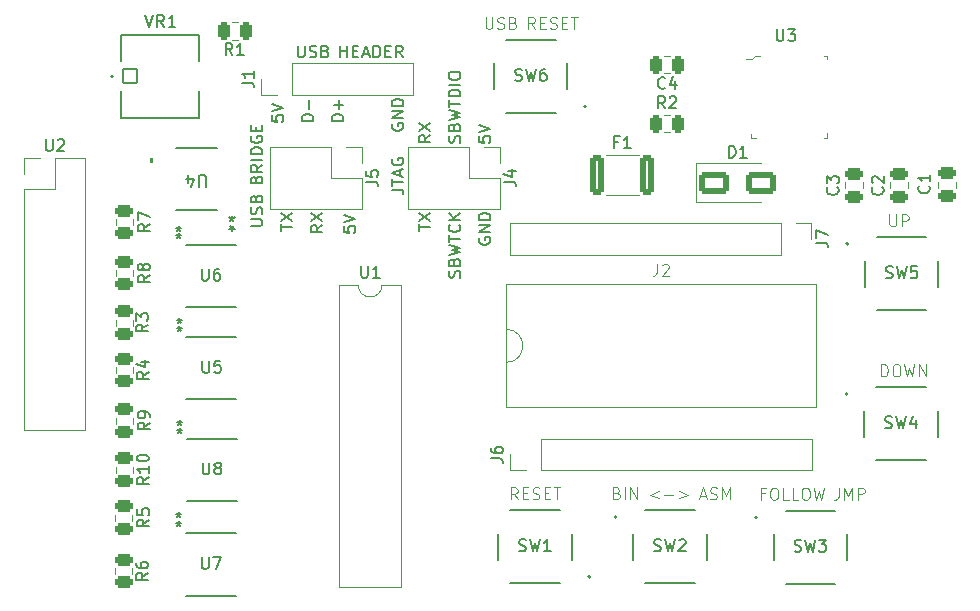
<source format=gto>
G04 #@! TF.GenerationSoftware,KiCad,Pcbnew,(7.0.0)*
G04 #@! TF.CreationDate,2024-06-27T16:39:17-07:00*
G04 #@! TF.ProjectId,msp-debugger,6d73702d-6465-4627-9567-6765722e6b69,rev?*
G04 #@! TF.SameCoordinates,Original*
G04 #@! TF.FileFunction,Legend,Top*
G04 #@! TF.FilePolarity,Positive*
%FSLAX46Y46*%
G04 Gerber Fmt 4.6, Leading zero omitted, Abs format (unit mm)*
G04 Created by KiCad (PCBNEW (7.0.0)) date 2024-06-27 16:39:17*
%MOMM*%
%LPD*%
G01*
G04 APERTURE LIST*
G04 Aperture macros list*
%AMRoundRect*
0 Rectangle with rounded corners*
0 $1 Rounding radius*
0 $2 $3 $4 $5 $6 $7 $8 $9 X,Y pos of 4 corners*
0 Add a 4 corners polygon primitive as box body*
4,1,4,$2,$3,$4,$5,$6,$7,$8,$9,$2,$3,0*
0 Add four circle primitives for the rounded corners*
1,1,$1+$1,$2,$3*
1,1,$1+$1,$4,$5*
1,1,$1+$1,$6,$7*
1,1,$1+$1,$8,$9*
0 Add four rect primitives between the rounded corners*
20,1,$1+$1,$2,$3,$4,$5,0*
20,1,$1+$1,$4,$5,$6,$7,0*
20,1,$1+$1,$6,$7,$8,$9,0*
20,1,$1+$1,$8,$9,$2,$3,0*%
G04 Aperture macros list end*
%ADD10C,0.150000*%
%ADD11C,0.200000*%
%ADD12C,0.100000*%
%ADD13C,0.120000*%
%ADD14C,0.152400*%
%ADD15C,0.127000*%
%ADD16RoundRect,0.250000X0.250000X0.475000X-0.250000X0.475000X-0.250000X-0.475000X0.250000X-0.475000X0*%
%ADD17R,1.460500X0.355600*%
%ADD18R,1.700000X1.700000*%
%ADD19O,1.700000X1.700000*%
%ADD20R,1.508000X1.508000*%
%ADD21C,1.508000*%
%ADD22R,1.200000X1.200000*%
%ADD23C,1.200000*%
%ADD24RoundRect,0.250000X-0.475000X0.250000X-0.475000X-0.250000X0.475000X-0.250000X0.475000X0.250000X0*%
%ADD25RoundRect,0.102000X-0.611000X-0.611000X0.611000X-0.611000X0.611000X0.611000X-0.611000X0.611000X0*%
%ADD26C,1.426000*%
%ADD27RoundRect,0.250000X0.475000X-0.250000X0.475000X0.250000X-0.475000X0.250000X-0.475000X-0.250000X0*%
%ADD28R,1.981200X0.558800*%
%ADD29R,3.000000X1.600000*%
%ADD30R,6.200000X5.800000*%
%ADD31RoundRect,0.250000X-1.000000X-0.650000X1.000000X-0.650000X1.000000X0.650000X-1.000000X0.650000X0*%
%ADD32RoundRect,0.250000X-0.250000X-0.475000X0.250000X-0.475000X0.250000X0.475000X-0.250000X0.475000X0*%
%ADD33R,1.600000X1.600000*%
%ADD34O,1.600000X1.600000*%
%ADD35RoundRect,0.250000X-0.312500X-1.450000X0.312500X-1.450000X0.312500X1.450000X-0.312500X1.450000X0*%
G04 APERTURE END LIST*
D10*
X131606380Y-88532761D02*
X131606380Y-87961333D01*
X132606380Y-88247047D02*
X131606380Y-88247047D01*
X131606380Y-87723237D02*
X132606380Y-87056571D01*
X131606380Y-87056571D02*
X132606380Y-87723237D01*
X141047000Y-79484095D02*
X140999380Y-79579333D01*
X140999380Y-79579333D02*
X140999380Y-79722190D01*
X140999380Y-79722190D02*
X141047000Y-79865047D01*
X141047000Y-79865047D02*
X141142238Y-79960285D01*
X141142238Y-79960285D02*
X141237476Y-80007904D01*
X141237476Y-80007904D02*
X141427952Y-80055523D01*
X141427952Y-80055523D02*
X141570809Y-80055523D01*
X141570809Y-80055523D02*
X141761285Y-80007904D01*
X141761285Y-80007904D02*
X141856523Y-79960285D01*
X141856523Y-79960285D02*
X141951761Y-79865047D01*
X141951761Y-79865047D02*
X141999380Y-79722190D01*
X141999380Y-79722190D02*
X141999380Y-79626952D01*
X141999380Y-79626952D02*
X141951761Y-79484095D01*
X141951761Y-79484095D02*
X141904142Y-79436476D01*
X141904142Y-79436476D02*
X141570809Y-79436476D01*
X141570809Y-79436476D02*
X141570809Y-79626952D01*
X141999380Y-79007904D02*
X140999380Y-79007904D01*
X140999380Y-79007904D02*
X141999380Y-78436476D01*
X141999380Y-78436476D02*
X140999380Y-78436476D01*
X141999380Y-77960285D02*
X140999380Y-77960285D01*
X140999380Y-77960285D02*
X140999380Y-77722190D01*
X140999380Y-77722190D02*
X141047000Y-77579333D01*
X141047000Y-77579333D02*
X141142238Y-77484095D01*
X141142238Y-77484095D02*
X141237476Y-77436476D01*
X141237476Y-77436476D02*
X141427952Y-77388857D01*
X141427952Y-77388857D02*
X141570809Y-77388857D01*
X141570809Y-77388857D02*
X141761285Y-77436476D01*
X141761285Y-77436476D02*
X141856523Y-77484095D01*
X141856523Y-77484095D02*
X141951761Y-77579333D01*
X141951761Y-77579333D02*
X141999380Y-77722190D01*
X141999380Y-77722190D02*
X141999380Y-77960285D01*
X146782761Y-81071523D02*
X146830380Y-80928666D01*
X146830380Y-80928666D02*
X146830380Y-80690571D01*
X146830380Y-80690571D02*
X146782761Y-80595333D01*
X146782761Y-80595333D02*
X146735142Y-80547714D01*
X146735142Y-80547714D02*
X146639904Y-80500095D01*
X146639904Y-80500095D02*
X146544666Y-80500095D01*
X146544666Y-80500095D02*
X146449428Y-80547714D01*
X146449428Y-80547714D02*
X146401809Y-80595333D01*
X146401809Y-80595333D02*
X146354190Y-80690571D01*
X146354190Y-80690571D02*
X146306571Y-80881047D01*
X146306571Y-80881047D02*
X146258952Y-80976285D01*
X146258952Y-80976285D02*
X146211333Y-81023904D01*
X146211333Y-81023904D02*
X146116095Y-81071523D01*
X146116095Y-81071523D02*
X146020857Y-81071523D01*
X146020857Y-81071523D02*
X145925619Y-81023904D01*
X145925619Y-81023904D02*
X145878000Y-80976285D01*
X145878000Y-80976285D02*
X145830380Y-80881047D01*
X145830380Y-80881047D02*
X145830380Y-80642952D01*
X145830380Y-80642952D02*
X145878000Y-80500095D01*
X146306571Y-79738190D02*
X146354190Y-79595333D01*
X146354190Y-79595333D02*
X146401809Y-79547714D01*
X146401809Y-79547714D02*
X146497047Y-79500095D01*
X146497047Y-79500095D02*
X146639904Y-79500095D01*
X146639904Y-79500095D02*
X146735142Y-79547714D01*
X146735142Y-79547714D02*
X146782761Y-79595333D01*
X146782761Y-79595333D02*
X146830380Y-79690571D01*
X146830380Y-79690571D02*
X146830380Y-80071523D01*
X146830380Y-80071523D02*
X145830380Y-80071523D01*
X145830380Y-80071523D02*
X145830380Y-79738190D01*
X145830380Y-79738190D02*
X145878000Y-79642952D01*
X145878000Y-79642952D02*
X145925619Y-79595333D01*
X145925619Y-79595333D02*
X146020857Y-79547714D01*
X146020857Y-79547714D02*
X146116095Y-79547714D01*
X146116095Y-79547714D02*
X146211333Y-79595333D01*
X146211333Y-79595333D02*
X146258952Y-79642952D01*
X146258952Y-79642952D02*
X146306571Y-79738190D01*
X146306571Y-79738190D02*
X146306571Y-80071523D01*
X145830380Y-79166761D02*
X146830380Y-78928666D01*
X146830380Y-78928666D02*
X146116095Y-78738190D01*
X146116095Y-78738190D02*
X146830380Y-78547714D01*
X146830380Y-78547714D02*
X145830380Y-78309619D01*
X145830380Y-78071523D02*
X145830380Y-77500095D01*
X146830380Y-77785809D02*
X145830380Y-77785809D01*
X146830380Y-77166761D02*
X145830380Y-77166761D01*
X145830380Y-77166761D02*
X145830380Y-76928666D01*
X145830380Y-76928666D02*
X145878000Y-76785809D01*
X145878000Y-76785809D02*
X145973238Y-76690571D01*
X145973238Y-76690571D02*
X146068476Y-76642952D01*
X146068476Y-76642952D02*
X146258952Y-76595333D01*
X146258952Y-76595333D02*
X146401809Y-76595333D01*
X146401809Y-76595333D02*
X146592285Y-76642952D01*
X146592285Y-76642952D02*
X146687523Y-76690571D01*
X146687523Y-76690571D02*
X146782761Y-76785809D01*
X146782761Y-76785809D02*
X146830380Y-76928666D01*
X146830380Y-76928666D02*
X146830380Y-77166761D01*
X146830380Y-76166761D02*
X145830380Y-76166761D01*
X145830380Y-75500095D02*
X145830380Y-75309619D01*
X145830380Y-75309619D02*
X145878000Y-75214381D01*
X145878000Y-75214381D02*
X145973238Y-75119143D01*
X145973238Y-75119143D02*
X146163714Y-75071524D01*
X146163714Y-75071524D02*
X146497047Y-75071524D01*
X146497047Y-75071524D02*
X146687523Y-75119143D01*
X146687523Y-75119143D02*
X146782761Y-75214381D01*
X146782761Y-75214381D02*
X146830380Y-75309619D01*
X146830380Y-75309619D02*
X146830380Y-75500095D01*
X146830380Y-75500095D02*
X146782761Y-75595333D01*
X146782761Y-75595333D02*
X146687523Y-75690571D01*
X146687523Y-75690571D02*
X146497047Y-75738190D01*
X146497047Y-75738190D02*
X146163714Y-75738190D01*
X146163714Y-75738190D02*
X145973238Y-75690571D01*
X145973238Y-75690571D02*
X145878000Y-75595333D01*
X145878000Y-75595333D02*
X145830380Y-75500095D01*
X148370380Y-80547714D02*
X148370380Y-81023904D01*
X148370380Y-81023904D02*
X148846571Y-81071523D01*
X148846571Y-81071523D02*
X148798952Y-81023904D01*
X148798952Y-81023904D02*
X148751333Y-80928666D01*
X148751333Y-80928666D02*
X148751333Y-80690571D01*
X148751333Y-80690571D02*
X148798952Y-80595333D01*
X148798952Y-80595333D02*
X148846571Y-80547714D01*
X148846571Y-80547714D02*
X148941809Y-80500095D01*
X148941809Y-80500095D02*
X149179904Y-80500095D01*
X149179904Y-80500095D02*
X149275142Y-80547714D01*
X149275142Y-80547714D02*
X149322761Y-80595333D01*
X149322761Y-80595333D02*
X149370380Y-80690571D01*
X149370380Y-80690571D02*
X149370380Y-80928666D01*
X149370380Y-80928666D02*
X149322761Y-81023904D01*
X149322761Y-81023904D02*
X149275142Y-81071523D01*
X148370380Y-80214380D02*
X149370380Y-79881047D01*
X149370380Y-79881047D02*
X148370380Y-79547714D01*
X144290380Y-80452476D02*
X143814190Y-80785809D01*
X144290380Y-81023904D02*
X143290380Y-81023904D01*
X143290380Y-81023904D02*
X143290380Y-80642952D01*
X143290380Y-80642952D02*
X143338000Y-80547714D01*
X143338000Y-80547714D02*
X143385619Y-80500095D01*
X143385619Y-80500095D02*
X143480857Y-80452476D01*
X143480857Y-80452476D02*
X143623714Y-80452476D01*
X143623714Y-80452476D02*
X143718952Y-80500095D01*
X143718952Y-80500095D02*
X143766571Y-80547714D01*
X143766571Y-80547714D02*
X143814190Y-80642952D01*
X143814190Y-80642952D02*
X143814190Y-81023904D01*
X143290380Y-80119142D02*
X144290380Y-79452476D01*
X143290380Y-79452476D02*
X144290380Y-80119142D01*
D11*
X141004380Y-85056190D02*
X141718666Y-85056190D01*
X141718666Y-85056190D02*
X141861523Y-85103809D01*
X141861523Y-85103809D02*
X141956761Y-85199047D01*
X141956761Y-85199047D02*
X142004380Y-85341904D01*
X142004380Y-85341904D02*
X142004380Y-85437142D01*
X141004380Y-84722856D02*
X141004380Y-84151428D01*
X142004380Y-84437142D02*
X141004380Y-84437142D01*
X141718666Y-83865713D02*
X141718666Y-83389523D01*
X142004380Y-83960951D02*
X141004380Y-83627618D01*
X141004380Y-83627618D02*
X142004380Y-83294285D01*
X141052000Y-82437142D02*
X141004380Y-82532380D01*
X141004380Y-82532380D02*
X141004380Y-82675237D01*
X141004380Y-82675237D02*
X141052000Y-82818094D01*
X141052000Y-82818094D02*
X141147238Y-82913332D01*
X141147238Y-82913332D02*
X141242476Y-82960951D01*
X141242476Y-82960951D02*
X141432952Y-83008570D01*
X141432952Y-83008570D02*
X141575809Y-83008570D01*
X141575809Y-83008570D02*
X141766285Y-82960951D01*
X141766285Y-82960951D02*
X141861523Y-82913332D01*
X141861523Y-82913332D02*
X141956761Y-82818094D01*
X141956761Y-82818094D02*
X142004380Y-82675237D01*
X142004380Y-82675237D02*
X142004380Y-82579999D01*
X142004380Y-82579999D02*
X141956761Y-82437142D01*
X141956761Y-82437142D02*
X141909142Y-82389523D01*
X141909142Y-82389523D02*
X141575809Y-82389523D01*
X141575809Y-82389523D02*
X141575809Y-82579999D01*
D10*
X146782761Y-92501523D02*
X146830380Y-92358666D01*
X146830380Y-92358666D02*
X146830380Y-92120571D01*
X146830380Y-92120571D02*
X146782761Y-92025333D01*
X146782761Y-92025333D02*
X146735142Y-91977714D01*
X146735142Y-91977714D02*
X146639904Y-91930095D01*
X146639904Y-91930095D02*
X146544666Y-91930095D01*
X146544666Y-91930095D02*
X146449428Y-91977714D01*
X146449428Y-91977714D02*
X146401809Y-92025333D01*
X146401809Y-92025333D02*
X146354190Y-92120571D01*
X146354190Y-92120571D02*
X146306571Y-92311047D01*
X146306571Y-92311047D02*
X146258952Y-92406285D01*
X146258952Y-92406285D02*
X146211333Y-92453904D01*
X146211333Y-92453904D02*
X146116095Y-92501523D01*
X146116095Y-92501523D02*
X146020857Y-92501523D01*
X146020857Y-92501523D02*
X145925619Y-92453904D01*
X145925619Y-92453904D02*
X145878000Y-92406285D01*
X145878000Y-92406285D02*
X145830380Y-92311047D01*
X145830380Y-92311047D02*
X145830380Y-92072952D01*
X145830380Y-92072952D02*
X145878000Y-91930095D01*
X146306571Y-91168190D02*
X146354190Y-91025333D01*
X146354190Y-91025333D02*
X146401809Y-90977714D01*
X146401809Y-90977714D02*
X146497047Y-90930095D01*
X146497047Y-90930095D02*
X146639904Y-90930095D01*
X146639904Y-90930095D02*
X146735142Y-90977714D01*
X146735142Y-90977714D02*
X146782761Y-91025333D01*
X146782761Y-91025333D02*
X146830380Y-91120571D01*
X146830380Y-91120571D02*
X146830380Y-91501523D01*
X146830380Y-91501523D02*
X145830380Y-91501523D01*
X145830380Y-91501523D02*
X145830380Y-91168190D01*
X145830380Y-91168190D02*
X145878000Y-91072952D01*
X145878000Y-91072952D02*
X145925619Y-91025333D01*
X145925619Y-91025333D02*
X146020857Y-90977714D01*
X146020857Y-90977714D02*
X146116095Y-90977714D01*
X146116095Y-90977714D02*
X146211333Y-91025333D01*
X146211333Y-91025333D02*
X146258952Y-91072952D01*
X146258952Y-91072952D02*
X146306571Y-91168190D01*
X146306571Y-91168190D02*
X146306571Y-91501523D01*
X145830380Y-90596761D02*
X146830380Y-90358666D01*
X146830380Y-90358666D02*
X146116095Y-90168190D01*
X146116095Y-90168190D02*
X146830380Y-89977714D01*
X146830380Y-89977714D02*
X145830380Y-89739619D01*
X145830380Y-89501523D02*
X145830380Y-88930095D01*
X146830380Y-89215809D02*
X145830380Y-89215809D01*
X146735142Y-88025333D02*
X146782761Y-88072952D01*
X146782761Y-88072952D02*
X146830380Y-88215809D01*
X146830380Y-88215809D02*
X146830380Y-88311047D01*
X146830380Y-88311047D02*
X146782761Y-88453904D01*
X146782761Y-88453904D02*
X146687523Y-88549142D01*
X146687523Y-88549142D02*
X146592285Y-88596761D01*
X146592285Y-88596761D02*
X146401809Y-88644380D01*
X146401809Y-88644380D02*
X146258952Y-88644380D01*
X146258952Y-88644380D02*
X146068476Y-88596761D01*
X146068476Y-88596761D02*
X145973238Y-88549142D01*
X145973238Y-88549142D02*
X145878000Y-88453904D01*
X145878000Y-88453904D02*
X145830380Y-88311047D01*
X145830380Y-88311047D02*
X145830380Y-88215809D01*
X145830380Y-88215809D02*
X145878000Y-88072952D01*
X145878000Y-88072952D02*
X145925619Y-88025333D01*
X146830380Y-87596761D02*
X145830380Y-87596761D01*
X146830380Y-87025333D02*
X146258952Y-87453904D01*
X145830380Y-87025333D02*
X146401809Y-87596761D01*
X136940380Y-88167714D02*
X136940380Y-88643904D01*
X136940380Y-88643904D02*
X137416571Y-88691523D01*
X137416571Y-88691523D02*
X137368952Y-88643904D01*
X137368952Y-88643904D02*
X137321333Y-88548666D01*
X137321333Y-88548666D02*
X137321333Y-88310571D01*
X137321333Y-88310571D02*
X137368952Y-88215333D01*
X137368952Y-88215333D02*
X137416571Y-88167714D01*
X137416571Y-88167714D02*
X137511809Y-88120095D01*
X137511809Y-88120095D02*
X137749904Y-88120095D01*
X137749904Y-88120095D02*
X137845142Y-88167714D01*
X137845142Y-88167714D02*
X137892761Y-88215333D01*
X137892761Y-88215333D02*
X137940380Y-88310571D01*
X137940380Y-88310571D02*
X137940380Y-88548666D01*
X137940380Y-88548666D02*
X137892761Y-88643904D01*
X137892761Y-88643904D02*
X137845142Y-88691523D01*
X136940380Y-87834380D02*
X137940380Y-87501047D01*
X137940380Y-87501047D02*
X136940380Y-87167714D01*
X148418000Y-89136095D02*
X148370380Y-89231333D01*
X148370380Y-89231333D02*
X148370380Y-89374190D01*
X148370380Y-89374190D02*
X148418000Y-89517047D01*
X148418000Y-89517047D02*
X148513238Y-89612285D01*
X148513238Y-89612285D02*
X148608476Y-89659904D01*
X148608476Y-89659904D02*
X148798952Y-89707523D01*
X148798952Y-89707523D02*
X148941809Y-89707523D01*
X148941809Y-89707523D02*
X149132285Y-89659904D01*
X149132285Y-89659904D02*
X149227523Y-89612285D01*
X149227523Y-89612285D02*
X149322761Y-89517047D01*
X149322761Y-89517047D02*
X149370380Y-89374190D01*
X149370380Y-89374190D02*
X149370380Y-89278952D01*
X149370380Y-89278952D02*
X149322761Y-89136095D01*
X149322761Y-89136095D02*
X149275142Y-89088476D01*
X149275142Y-89088476D02*
X148941809Y-89088476D01*
X148941809Y-89088476D02*
X148941809Y-89278952D01*
X149370380Y-88659904D02*
X148370380Y-88659904D01*
X148370380Y-88659904D02*
X149370380Y-88088476D01*
X149370380Y-88088476D02*
X148370380Y-88088476D01*
X149370380Y-87612285D02*
X148370380Y-87612285D01*
X148370380Y-87612285D02*
X148370380Y-87374190D01*
X148370380Y-87374190D02*
X148418000Y-87231333D01*
X148418000Y-87231333D02*
X148513238Y-87136095D01*
X148513238Y-87136095D02*
X148608476Y-87088476D01*
X148608476Y-87088476D02*
X148798952Y-87040857D01*
X148798952Y-87040857D02*
X148941809Y-87040857D01*
X148941809Y-87040857D02*
X149132285Y-87088476D01*
X149132285Y-87088476D02*
X149227523Y-87136095D01*
X149227523Y-87136095D02*
X149322761Y-87231333D01*
X149322761Y-87231333D02*
X149370380Y-87374190D01*
X149370380Y-87374190D02*
X149370380Y-87612285D01*
X133062095Y-72856380D02*
X133062095Y-73665904D01*
X133062095Y-73665904D02*
X133109714Y-73761142D01*
X133109714Y-73761142D02*
X133157333Y-73808761D01*
X133157333Y-73808761D02*
X133252571Y-73856380D01*
X133252571Y-73856380D02*
X133443047Y-73856380D01*
X133443047Y-73856380D02*
X133538285Y-73808761D01*
X133538285Y-73808761D02*
X133585904Y-73761142D01*
X133585904Y-73761142D02*
X133633523Y-73665904D01*
X133633523Y-73665904D02*
X133633523Y-72856380D01*
X134062095Y-73808761D02*
X134204952Y-73856380D01*
X134204952Y-73856380D02*
X134443047Y-73856380D01*
X134443047Y-73856380D02*
X134538285Y-73808761D01*
X134538285Y-73808761D02*
X134585904Y-73761142D01*
X134585904Y-73761142D02*
X134633523Y-73665904D01*
X134633523Y-73665904D02*
X134633523Y-73570666D01*
X134633523Y-73570666D02*
X134585904Y-73475428D01*
X134585904Y-73475428D02*
X134538285Y-73427809D01*
X134538285Y-73427809D02*
X134443047Y-73380190D01*
X134443047Y-73380190D02*
X134252571Y-73332571D01*
X134252571Y-73332571D02*
X134157333Y-73284952D01*
X134157333Y-73284952D02*
X134109714Y-73237333D01*
X134109714Y-73237333D02*
X134062095Y-73142095D01*
X134062095Y-73142095D02*
X134062095Y-73046857D01*
X134062095Y-73046857D02*
X134109714Y-72951619D01*
X134109714Y-72951619D02*
X134157333Y-72904000D01*
X134157333Y-72904000D02*
X134252571Y-72856380D01*
X134252571Y-72856380D02*
X134490666Y-72856380D01*
X134490666Y-72856380D02*
X134633523Y-72904000D01*
X135395428Y-73332571D02*
X135538285Y-73380190D01*
X135538285Y-73380190D02*
X135585904Y-73427809D01*
X135585904Y-73427809D02*
X135633523Y-73523047D01*
X135633523Y-73523047D02*
X135633523Y-73665904D01*
X135633523Y-73665904D02*
X135585904Y-73761142D01*
X135585904Y-73761142D02*
X135538285Y-73808761D01*
X135538285Y-73808761D02*
X135443047Y-73856380D01*
X135443047Y-73856380D02*
X135062095Y-73856380D01*
X135062095Y-73856380D02*
X135062095Y-72856380D01*
X135062095Y-72856380D02*
X135395428Y-72856380D01*
X135395428Y-72856380D02*
X135490666Y-72904000D01*
X135490666Y-72904000D02*
X135538285Y-72951619D01*
X135538285Y-72951619D02*
X135585904Y-73046857D01*
X135585904Y-73046857D02*
X135585904Y-73142095D01*
X135585904Y-73142095D02*
X135538285Y-73237333D01*
X135538285Y-73237333D02*
X135490666Y-73284952D01*
X135490666Y-73284952D02*
X135395428Y-73332571D01*
X135395428Y-73332571D02*
X135062095Y-73332571D01*
X136662095Y-73856380D02*
X136662095Y-72856380D01*
X136662095Y-73332571D02*
X137233523Y-73332571D01*
X137233523Y-73856380D02*
X137233523Y-72856380D01*
X137709714Y-73332571D02*
X138043047Y-73332571D01*
X138185904Y-73856380D02*
X137709714Y-73856380D01*
X137709714Y-73856380D02*
X137709714Y-72856380D01*
X137709714Y-72856380D02*
X138185904Y-72856380D01*
X138566857Y-73570666D02*
X139043047Y-73570666D01*
X138471619Y-73856380D02*
X138804952Y-72856380D01*
X138804952Y-72856380D02*
X139138285Y-73856380D01*
X139471619Y-73856380D02*
X139471619Y-72856380D01*
X139471619Y-72856380D02*
X139709714Y-72856380D01*
X139709714Y-72856380D02*
X139852571Y-72904000D01*
X139852571Y-72904000D02*
X139947809Y-72999238D01*
X139947809Y-72999238D02*
X139995428Y-73094476D01*
X139995428Y-73094476D02*
X140043047Y-73284952D01*
X140043047Y-73284952D02*
X140043047Y-73427809D01*
X140043047Y-73427809D02*
X139995428Y-73618285D01*
X139995428Y-73618285D02*
X139947809Y-73713523D01*
X139947809Y-73713523D02*
X139852571Y-73808761D01*
X139852571Y-73808761D02*
X139709714Y-73856380D01*
X139709714Y-73856380D02*
X139471619Y-73856380D01*
X140471619Y-73332571D02*
X140804952Y-73332571D01*
X140947809Y-73856380D02*
X140471619Y-73856380D01*
X140471619Y-73856380D02*
X140471619Y-72856380D01*
X140471619Y-72856380D02*
X140947809Y-72856380D01*
X141947809Y-73856380D02*
X141614476Y-73380190D01*
X141376381Y-73856380D02*
X141376381Y-72856380D01*
X141376381Y-72856380D02*
X141757333Y-72856380D01*
X141757333Y-72856380D02*
X141852571Y-72904000D01*
X141852571Y-72904000D02*
X141900190Y-72951619D01*
X141900190Y-72951619D02*
X141947809Y-73046857D01*
X141947809Y-73046857D02*
X141947809Y-73189714D01*
X141947809Y-73189714D02*
X141900190Y-73284952D01*
X141900190Y-73284952D02*
X141852571Y-73332571D01*
X141852571Y-73332571D02*
X141757333Y-73380190D01*
X141757333Y-73380190D02*
X141376381Y-73380190D01*
X134379380Y-79245904D02*
X133379380Y-79245904D01*
X133379380Y-79245904D02*
X133379380Y-79007809D01*
X133379380Y-79007809D02*
X133427000Y-78864952D01*
X133427000Y-78864952D02*
X133522238Y-78769714D01*
X133522238Y-78769714D02*
X133617476Y-78722095D01*
X133617476Y-78722095D02*
X133807952Y-78674476D01*
X133807952Y-78674476D02*
X133950809Y-78674476D01*
X133950809Y-78674476D02*
X134141285Y-78722095D01*
X134141285Y-78722095D02*
X134236523Y-78769714D01*
X134236523Y-78769714D02*
X134331761Y-78864952D01*
X134331761Y-78864952D02*
X134379380Y-79007809D01*
X134379380Y-79007809D02*
X134379380Y-79245904D01*
X133998428Y-78245904D02*
X133998428Y-77484000D01*
X135146380Y-88072476D02*
X134670190Y-88405809D01*
X135146380Y-88643904D02*
X134146380Y-88643904D01*
X134146380Y-88643904D02*
X134146380Y-88262952D01*
X134146380Y-88262952D02*
X134194000Y-88167714D01*
X134194000Y-88167714D02*
X134241619Y-88120095D01*
X134241619Y-88120095D02*
X134336857Y-88072476D01*
X134336857Y-88072476D02*
X134479714Y-88072476D01*
X134479714Y-88072476D02*
X134574952Y-88120095D01*
X134574952Y-88120095D02*
X134622571Y-88167714D01*
X134622571Y-88167714D02*
X134670190Y-88262952D01*
X134670190Y-88262952D02*
X134670190Y-88643904D01*
X134146380Y-87739142D02*
X135146380Y-87072476D01*
X134146380Y-87072476D02*
X135146380Y-87739142D01*
X143290380Y-88532761D02*
X143290380Y-87961333D01*
X144290380Y-88247047D02*
X143290380Y-88247047D01*
X143290380Y-87723237D02*
X144290380Y-87056571D01*
X143290380Y-87056571D02*
X144290380Y-87723237D01*
X130839380Y-78769714D02*
X130839380Y-79245904D01*
X130839380Y-79245904D02*
X131315571Y-79293523D01*
X131315571Y-79293523D02*
X131267952Y-79245904D01*
X131267952Y-79245904D02*
X131220333Y-79150666D01*
X131220333Y-79150666D02*
X131220333Y-78912571D01*
X131220333Y-78912571D02*
X131267952Y-78817333D01*
X131267952Y-78817333D02*
X131315571Y-78769714D01*
X131315571Y-78769714D02*
X131410809Y-78722095D01*
X131410809Y-78722095D02*
X131648904Y-78722095D01*
X131648904Y-78722095D02*
X131744142Y-78769714D01*
X131744142Y-78769714D02*
X131791761Y-78817333D01*
X131791761Y-78817333D02*
X131839380Y-78912571D01*
X131839380Y-78912571D02*
X131839380Y-79150666D01*
X131839380Y-79150666D02*
X131791761Y-79245904D01*
X131791761Y-79245904D02*
X131744142Y-79293523D01*
X130839380Y-78436380D02*
X131839380Y-78103047D01*
X131839380Y-78103047D02*
X130839380Y-77769714D01*
D11*
X129066380Y-88135904D02*
X129875904Y-88135904D01*
X129875904Y-88135904D02*
X129971142Y-88088285D01*
X129971142Y-88088285D02*
X130018761Y-88040666D01*
X130018761Y-88040666D02*
X130066380Y-87945428D01*
X130066380Y-87945428D02*
X130066380Y-87754952D01*
X130066380Y-87754952D02*
X130018761Y-87659714D01*
X130018761Y-87659714D02*
X129971142Y-87612095D01*
X129971142Y-87612095D02*
X129875904Y-87564476D01*
X129875904Y-87564476D02*
X129066380Y-87564476D01*
X130018761Y-87135904D02*
X130066380Y-86993047D01*
X130066380Y-86993047D02*
X130066380Y-86754952D01*
X130066380Y-86754952D02*
X130018761Y-86659714D01*
X130018761Y-86659714D02*
X129971142Y-86612095D01*
X129971142Y-86612095D02*
X129875904Y-86564476D01*
X129875904Y-86564476D02*
X129780666Y-86564476D01*
X129780666Y-86564476D02*
X129685428Y-86612095D01*
X129685428Y-86612095D02*
X129637809Y-86659714D01*
X129637809Y-86659714D02*
X129590190Y-86754952D01*
X129590190Y-86754952D02*
X129542571Y-86945428D01*
X129542571Y-86945428D02*
X129494952Y-87040666D01*
X129494952Y-87040666D02*
X129447333Y-87088285D01*
X129447333Y-87088285D02*
X129352095Y-87135904D01*
X129352095Y-87135904D02*
X129256857Y-87135904D01*
X129256857Y-87135904D02*
X129161619Y-87088285D01*
X129161619Y-87088285D02*
X129114000Y-87040666D01*
X129114000Y-87040666D02*
X129066380Y-86945428D01*
X129066380Y-86945428D02*
X129066380Y-86707333D01*
X129066380Y-86707333D02*
X129114000Y-86564476D01*
X129542571Y-85802571D02*
X129590190Y-85659714D01*
X129590190Y-85659714D02*
X129637809Y-85612095D01*
X129637809Y-85612095D02*
X129733047Y-85564476D01*
X129733047Y-85564476D02*
X129875904Y-85564476D01*
X129875904Y-85564476D02*
X129971142Y-85612095D01*
X129971142Y-85612095D02*
X130018761Y-85659714D01*
X130018761Y-85659714D02*
X130066380Y-85754952D01*
X130066380Y-85754952D02*
X130066380Y-86135904D01*
X130066380Y-86135904D02*
X129066380Y-86135904D01*
X129066380Y-86135904D02*
X129066380Y-85802571D01*
X129066380Y-85802571D02*
X129114000Y-85707333D01*
X129114000Y-85707333D02*
X129161619Y-85659714D01*
X129161619Y-85659714D02*
X129256857Y-85612095D01*
X129256857Y-85612095D02*
X129352095Y-85612095D01*
X129352095Y-85612095D02*
X129447333Y-85659714D01*
X129447333Y-85659714D02*
X129494952Y-85707333D01*
X129494952Y-85707333D02*
X129542571Y-85802571D01*
X129542571Y-85802571D02*
X129542571Y-86135904D01*
X129542571Y-84202571D02*
X129590190Y-84059714D01*
X129590190Y-84059714D02*
X129637809Y-84012095D01*
X129637809Y-84012095D02*
X129733047Y-83964476D01*
X129733047Y-83964476D02*
X129875904Y-83964476D01*
X129875904Y-83964476D02*
X129971142Y-84012095D01*
X129971142Y-84012095D02*
X130018761Y-84059714D01*
X130018761Y-84059714D02*
X130066380Y-84154952D01*
X130066380Y-84154952D02*
X130066380Y-84535904D01*
X130066380Y-84535904D02*
X129066380Y-84535904D01*
X129066380Y-84535904D02*
X129066380Y-84202571D01*
X129066380Y-84202571D02*
X129114000Y-84107333D01*
X129114000Y-84107333D02*
X129161619Y-84059714D01*
X129161619Y-84059714D02*
X129256857Y-84012095D01*
X129256857Y-84012095D02*
X129352095Y-84012095D01*
X129352095Y-84012095D02*
X129447333Y-84059714D01*
X129447333Y-84059714D02*
X129494952Y-84107333D01*
X129494952Y-84107333D02*
X129542571Y-84202571D01*
X129542571Y-84202571D02*
X129542571Y-84535904D01*
X130066380Y-82964476D02*
X129590190Y-83297809D01*
X130066380Y-83535904D02*
X129066380Y-83535904D01*
X129066380Y-83535904D02*
X129066380Y-83154952D01*
X129066380Y-83154952D02*
X129114000Y-83059714D01*
X129114000Y-83059714D02*
X129161619Y-83012095D01*
X129161619Y-83012095D02*
X129256857Y-82964476D01*
X129256857Y-82964476D02*
X129399714Y-82964476D01*
X129399714Y-82964476D02*
X129494952Y-83012095D01*
X129494952Y-83012095D02*
X129542571Y-83059714D01*
X129542571Y-83059714D02*
X129590190Y-83154952D01*
X129590190Y-83154952D02*
X129590190Y-83535904D01*
X130066380Y-82535904D02*
X129066380Y-82535904D01*
X130066380Y-82059714D02*
X129066380Y-82059714D01*
X129066380Y-82059714D02*
X129066380Y-81821619D01*
X129066380Y-81821619D02*
X129114000Y-81678762D01*
X129114000Y-81678762D02*
X129209238Y-81583524D01*
X129209238Y-81583524D02*
X129304476Y-81535905D01*
X129304476Y-81535905D02*
X129494952Y-81488286D01*
X129494952Y-81488286D02*
X129637809Y-81488286D01*
X129637809Y-81488286D02*
X129828285Y-81535905D01*
X129828285Y-81535905D02*
X129923523Y-81583524D01*
X129923523Y-81583524D02*
X130018761Y-81678762D01*
X130018761Y-81678762D02*
X130066380Y-81821619D01*
X130066380Y-81821619D02*
X130066380Y-82059714D01*
X129114000Y-80535905D02*
X129066380Y-80631143D01*
X129066380Y-80631143D02*
X129066380Y-80774000D01*
X129066380Y-80774000D02*
X129114000Y-80916857D01*
X129114000Y-80916857D02*
X129209238Y-81012095D01*
X129209238Y-81012095D02*
X129304476Y-81059714D01*
X129304476Y-81059714D02*
X129494952Y-81107333D01*
X129494952Y-81107333D02*
X129637809Y-81107333D01*
X129637809Y-81107333D02*
X129828285Y-81059714D01*
X129828285Y-81059714D02*
X129923523Y-81012095D01*
X129923523Y-81012095D02*
X130018761Y-80916857D01*
X130018761Y-80916857D02*
X130066380Y-80774000D01*
X130066380Y-80774000D02*
X130066380Y-80678762D01*
X130066380Y-80678762D02*
X130018761Y-80535905D01*
X130018761Y-80535905D02*
X129971142Y-80488286D01*
X129971142Y-80488286D02*
X129637809Y-80488286D01*
X129637809Y-80488286D02*
X129637809Y-80678762D01*
X129542571Y-80059714D02*
X129542571Y-79726381D01*
X130066380Y-79583524D02*
X130066380Y-80059714D01*
X130066380Y-80059714D02*
X129066380Y-80059714D01*
X129066380Y-80059714D02*
X129066380Y-79583524D01*
D10*
X136919380Y-79245904D02*
X135919380Y-79245904D01*
X135919380Y-79245904D02*
X135919380Y-79007809D01*
X135919380Y-79007809D02*
X135967000Y-78864952D01*
X135967000Y-78864952D02*
X136062238Y-78769714D01*
X136062238Y-78769714D02*
X136157476Y-78722095D01*
X136157476Y-78722095D02*
X136347952Y-78674476D01*
X136347952Y-78674476D02*
X136490809Y-78674476D01*
X136490809Y-78674476D02*
X136681285Y-78722095D01*
X136681285Y-78722095D02*
X136776523Y-78769714D01*
X136776523Y-78769714D02*
X136871761Y-78864952D01*
X136871761Y-78864952D02*
X136919380Y-79007809D01*
X136919380Y-79007809D02*
X136919380Y-79245904D01*
X136538428Y-78245904D02*
X136538428Y-77484000D01*
X136919380Y-77864952D02*
X136157476Y-77864952D01*
X127529333Y-73659380D02*
X127196000Y-73183190D01*
X126957905Y-73659380D02*
X126957905Y-72659380D01*
X126957905Y-72659380D02*
X127338857Y-72659380D01*
X127338857Y-72659380D02*
X127434095Y-72707000D01*
X127434095Y-72707000D02*
X127481714Y-72754619D01*
X127481714Y-72754619D02*
X127529333Y-72849857D01*
X127529333Y-72849857D02*
X127529333Y-72992714D01*
X127529333Y-72992714D02*
X127481714Y-73087952D01*
X127481714Y-73087952D02*
X127434095Y-73135571D01*
X127434095Y-73135571D02*
X127338857Y-73183190D01*
X127338857Y-73183190D02*
X126957905Y-73183190D01*
X128481714Y-73659380D02*
X127910286Y-73659380D01*
X128196000Y-73659380D02*
X128196000Y-72659380D01*
X128196000Y-72659380D02*
X128100762Y-72802238D01*
X128100762Y-72802238D02*
X128005524Y-72897476D01*
X128005524Y-72897476D02*
X127910286Y-72945095D01*
X125251904Y-84806619D02*
X125251904Y-83997095D01*
X125251904Y-83997095D02*
X125204285Y-83901857D01*
X125204285Y-83901857D02*
X125156666Y-83854238D01*
X125156666Y-83854238D02*
X125061428Y-83806619D01*
X125061428Y-83806619D02*
X124870952Y-83806619D01*
X124870952Y-83806619D02*
X124775714Y-83854238D01*
X124775714Y-83854238D02*
X124728095Y-83901857D01*
X124728095Y-83901857D02*
X124680476Y-83997095D01*
X124680476Y-83997095D02*
X124680476Y-84806619D01*
X123775714Y-84473285D02*
X123775714Y-83806619D01*
X124013809Y-84854238D02*
X124251904Y-84139952D01*
X124251904Y-84139952D02*
X123632857Y-84139952D01*
X127468149Y-88527719D02*
X127468149Y-88289623D01*
X127706244Y-88384861D02*
X127468149Y-88289623D01*
X127468149Y-88289623D02*
X127230054Y-88384861D01*
X127611006Y-88099147D02*
X127468149Y-88289623D01*
X127468149Y-88289623D02*
X127325292Y-88099147D01*
X127468150Y-87262480D02*
X127468150Y-87500576D01*
X127230055Y-87405338D02*
X127468150Y-87500576D01*
X127468150Y-87500576D02*
X127706245Y-87405338D01*
X127325293Y-87691052D02*
X127468150Y-87500576D01*
X127468150Y-87500576D02*
X127611007Y-87691052D01*
X150523380Y-84389333D02*
X151237666Y-84389333D01*
X151237666Y-84389333D02*
X151380523Y-84436952D01*
X151380523Y-84436952D02*
X151475761Y-84532190D01*
X151475761Y-84532190D02*
X151523380Y-84675047D01*
X151523380Y-84675047D02*
X151523380Y-84770285D01*
X150856714Y-83484571D02*
X151523380Y-83484571D01*
X150475761Y-83722666D02*
X151190047Y-83960761D01*
X151190047Y-83960761D02*
X151190047Y-83341714D01*
X163240667Y-115617761D02*
X163383524Y-115665380D01*
X163383524Y-115665380D02*
X163621619Y-115665380D01*
X163621619Y-115665380D02*
X163716857Y-115617761D01*
X163716857Y-115617761D02*
X163764476Y-115570142D01*
X163764476Y-115570142D02*
X163812095Y-115474904D01*
X163812095Y-115474904D02*
X163812095Y-115379666D01*
X163812095Y-115379666D02*
X163764476Y-115284428D01*
X163764476Y-115284428D02*
X163716857Y-115236809D01*
X163716857Y-115236809D02*
X163621619Y-115189190D01*
X163621619Y-115189190D02*
X163431143Y-115141571D01*
X163431143Y-115141571D02*
X163335905Y-115093952D01*
X163335905Y-115093952D02*
X163288286Y-115046333D01*
X163288286Y-115046333D02*
X163240667Y-114951095D01*
X163240667Y-114951095D02*
X163240667Y-114855857D01*
X163240667Y-114855857D02*
X163288286Y-114760619D01*
X163288286Y-114760619D02*
X163335905Y-114713000D01*
X163335905Y-114713000D02*
X163431143Y-114665380D01*
X163431143Y-114665380D02*
X163669238Y-114665380D01*
X163669238Y-114665380D02*
X163812095Y-114713000D01*
X164145429Y-114665380D02*
X164383524Y-115665380D01*
X164383524Y-115665380D02*
X164574000Y-114951095D01*
X164574000Y-114951095D02*
X164764476Y-115665380D01*
X164764476Y-115665380D02*
X165002572Y-114665380D01*
X165335905Y-114760619D02*
X165383524Y-114713000D01*
X165383524Y-114713000D02*
X165478762Y-114665380D01*
X165478762Y-114665380D02*
X165716857Y-114665380D01*
X165716857Y-114665380D02*
X165812095Y-114713000D01*
X165812095Y-114713000D02*
X165859714Y-114760619D01*
X165859714Y-114760619D02*
X165907333Y-114855857D01*
X165907333Y-114855857D02*
X165907333Y-114951095D01*
X165907333Y-114951095D02*
X165859714Y-115093952D01*
X165859714Y-115093952D02*
X165288286Y-115665380D01*
X165288286Y-115665380D02*
X165907333Y-115665380D01*
D12*
X160065428Y-110746571D02*
X160208285Y-110794190D01*
X160208285Y-110794190D02*
X160255904Y-110841809D01*
X160255904Y-110841809D02*
X160303523Y-110937047D01*
X160303523Y-110937047D02*
X160303523Y-111079904D01*
X160303523Y-111079904D02*
X160255904Y-111175142D01*
X160255904Y-111175142D02*
X160208285Y-111222761D01*
X160208285Y-111222761D02*
X160113047Y-111270380D01*
X160113047Y-111270380D02*
X159732095Y-111270380D01*
X159732095Y-111270380D02*
X159732095Y-110270380D01*
X159732095Y-110270380D02*
X160065428Y-110270380D01*
X160065428Y-110270380D02*
X160160666Y-110318000D01*
X160160666Y-110318000D02*
X160208285Y-110365619D01*
X160208285Y-110365619D02*
X160255904Y-110460857D01*
X160255904Y-110460857D02*
X160255904Y-110556095D01*
X160255904Y-110556095D02*
X160208285Y-110651333D01*
X160208285Y-110651333D02*
X160160666Y-110698952D01*
X160160666Y-110698952D02*
X160065428Y-110746571D01*
X160065428Y-110746571D02*
X159732095Y-110746571D01*
X160732095Y-111270380D02*
X160732095Y-110270380D01*
X161208285Y-111270380D02*
X161208285Y-110270380D01*
X161208285Y-110270380D02*
X161779713Y-111270380D01*
X161779713Y-111270380D02*
X161779713Y-110270380D01*
X163617809Y-110603714D02*
X162855904Y-110889428D01*
X162855904Y-110889428D02*
X163617809Y-111175142D01*
X164093999Y-110889428D02*
X164855904Y-110889428D01*
X165332094Y-110603714D02*
X166093999Y-110889428D01*
X166093999Y-110889428D02*
X165332094Y-111175142D01*
X167122570Y-110984666D02*
X167598760Y-110984666D01*
X167027332Y-111270380D02*
X167360665Y-110270380D01*
X167360665Y-110270380D02*
X167693998Y-111270380D01*
X167979713Y-111222761D02*
X168122570Y-111270380D01*
X168122570Y-111270380D02*
X168360665Y-111270380D01*
X168360665Y-111270380D02*
X168455903Y-111222761D01*
X168455903Y-111222761D02*
X168503522Y-111175142D01*
X168503522Y-111175142D02*
X168551141Y-111079904D01*
X168551141Y-111079904D02*
X168551141Y-110984666D01*
X168551141Y-110984666D02*
X168503522Y-110889428D01*
X168503522Y-110889428D02*
X168455903Y-110841809D01*
X168455903Y-110841809D02*
X168360665Y-110794190D01*
X168360665Y-110794190D02*
X168170189Y-110746571D01*
X168170189Y-110746571D02*
X168074951Y-110698952D01*
X168074951Y-110698952D02*
X168027332Y-110651333D01*
X168027332Y-110651333D02*
X167979713Y-110556095D01*
X167979713Y-110556095D02*
X167979713Y-110460857D01*
X167979713Y-110460857D02*
X168027332Y-110365619D01*
X168027332Y-110365619D02*
X168074951Y-110318000D01*
X168074951Y-110318000D02*
X168170189Y-110270380D01*
X168170189Y-110270380D02*
X168408284Y-110270380D01*
X168408284Y-110270380D02*
X168551141Y-110318000D01*
X168979713Y-111270380D02*
X168979713Y-110270380D01*
X168979713Y-110270380D02*
X169313046Y-110984666D01*
X169313046Y-110984666D02*
X169646379Y-110270380D01*
X169646379Y-110270380D02*
X169646379Y-111270380D01*
D10*
X128337380Y-76007333D02*
X129051666Y-76007333D01*
X129051666Y-76007333D02*
X129194523Y-76054952D01*
X129194523Y-76054952D02*
X129289761Y-76150190D01*
X129289761Y-76150190D02*
X129337380Y-76293047D01*
X129337380Y-76293047D02*
X129337380Y-76388285D01*
X129337380Y-75007333D02*
X129337380Y-75578761D01*
X129337380Y-75293047D02*
X128337380Y-75293047D01*
X128337380Y-75293047D02*
X128480238Y-75388285D01*
X128480238Y-75388285D02*
X128575476Y-75483523D01*
X128575476Y-75483523D02*
X128623095Y-75578761D01*
D12*
X163478666Y-91347380D02*
X163478666Y-92061666D01*
X163478666Y-92061666D02*
X163431047Y-92204523D01*
X163431047Y-92204523D02*
X163335809Y-92299761D01*
X163335809Y-92299761D02*
X163192952Y-92347380D01*
X163192952Y-92347380D02*
X163097714Y-92347380D01*
X163907238Y-91442619D02*
X163954857Y-91395000D01*
X163954857Y-91395000D02*
X164050095Y-91347380D01*
X164050095Y-91347380D02*
X164288190Y-91347380D01*
X164288190Y-91347380D02*
X164383428Y-91395000D01*
X164383428Y-91395000D02*
X164431047Y-91442619D01*
X164431047Y-91442619D02*
X164478666Y-91537857D01*
X164478666Y-91537857D02*
X164478666Y-91633095D01*
X164478666Y-91633095D02*
X164431047Y-91775952D01*
X164431047Y-91775952D02*
X163859619Y-92347380D01*
X163859619Y-92347380D02*
X164478666Y-92347380D01*
D10*
X120428380Y-100479666D02*
X119952190Y-100812999D01*
X120428380Y-101051094D02*
X119428380Y-101051094D01*
X119428380Y-101051094D02*
X119428380Y-100670142D01*
X119428380Y-100670142D02*
X119476000Y-100574904D01*
X119476000Y-100574904D02*
X119523619Y-100527285D01*
X119523619Y-100527285D02*
X119618857Y-100479666D01*
X119618857Y-100479666D02*
X119761714Y-100479666D01*
X119761714Y-100479666D02*
X119856952Y-100527285D01*
X119856952Y-100527285D02*
X119904571Y-100574904D01*
X119904571Y-100574904D02*
X119952190Y-100670142D01*
X119952190Y-100670142D02*
X119952190Y-101051094D01*
X119761714Y-99622523D02*
X120428380Y-99622523D01*
X119380761Y-99860618D02*
X120095047Y-100098713D01*
X120095047Y-100098713D02*
X120095047Y-99479666D01*
X120428380Y-109405857D02*
X119952190Y-109739190D01*
X120428380Y-109977285D02*
X119428380Y-109977285D01*
X119428380Y-109977285D02*
X119428380Y-109596333D01*
X119428380Y-109596333D02*
X119476000Y-109501095D01*
X119476000Y-109501095D02*
X119523619Y-109453476D01*
X119523619Y-109453476D02*
X119618857Y-109405857D01*
X119618857Y-109405857D02*
X119761714Y-109405857D01*
X119761714Y-109405857D02*
X119856952Y-109453476D01*
X119856952Y-109453476D02*
X119904571Y-109501095D01*
X119904571Y-109501095D02*
X119952190Y-109596333D01*
X119952190Y-109596333D02*
X119952190Y-109977285D01*
X120428380Y-108453476D02*
X120428380Y-109024904D01*
X120428380Y-108739190D02*
X119428380Y-108739190D01*
X119428380Y-108739190D02*
X119571238Y-108834428D01*
X119571238Y-108834428D02*
X119666476Y-108929666D01*
X119666476Y-108929666D02*
X119714095Y-109024904D01*
X119428380Y-107834428D02*
X119428380Y-107739190D01*
X119428380Y-107739190D02*
X119476000Y-107643952D01*
X119476000Y-107643952D02*
X119523619Y-107596333D01*
X119523619Y-107596333D02*
X119618857Y-107548714D01*
X119618857Y-107548714D02*
X119809333Y-107501095D01*
X119809333Y-107501095D02*
X120047428Y-107501095D01*
X120047428Y-107501095D02*
X120237904Y-107548714D01*
X120237904Y-107548714D02*
X120333142Y-107596333D01*
X120333142Y-107596333D02*
X120380761Y-107643952D01*
X120380761Y-107643952D02*
X120428380Y-107739190D01*
X120428380Y-107739190D02*
X120428380Y-107834428D01*
X120428380Y-107834428D02*
X120380761Y-107929666D01*
X120380761Y-107929666D02*
X120333142Y-107977285D01*
X120333142Y-107977285D02*
X120237904Y-108024904D01*
X120237904Y-108024904D02*
X120047428Y-108072523D01*
X120047428Y-108072523D02*
X119809333Y-108072523D01*
X119809333Y-108072523D02*
X119618857Y-108024904D01*
X119618857Y-108024904D02*
X119523619Y-107977285D01*
X119523619Y-107977285D02*
X119476000Y-107929666D01*
X119476000Y-107929666D02*
X119428380Y-107834428D01*
X176912380Y-89557333D02*
X177626666Y-89557333D01*
X177626666Y-89557333D02*
X177769523Y-89604952D01*
X177769523Y-89604952D02*
X177864761Y-89700190D01*
X177864761Y-89700190D02*
X177912380Y-89843047D01*
X177912380Y-89843047D02*
X177912380Y-89938285D01*
X176912380Y-89176380D02*
X176912380Y-88509714D01*
X176912380Y-88509714D02*
X177912380Y-88938285D01*
X120163867Y-70265637D02*
X120498119Y-71268393D01*
X120498119Y-71268393D02*
X120832371Y-70265637D01*
X121739626Y-71268393D02*
X121405374Y-70790890D01*
X121166623Y-71268393D02*
X121166623Y-70265637D01*
X121166623Y-70265637D02*
X121548625Y-70265637D01*
X121548625Y-70265637D02*
X121644126Y-70313388D01*
X121644126Y-70313388D02*
X121691876Y-70361138D01*
X121691876Y-70361138D02*
X121739626Y-70456638D01*
X121739626Y-70456638D02*
X121739626Y-70599889D01*
X121739626Y-70599889D02*
X121691876Y-70695390D01*
X121691876Y-70695390D02*
X121644126Y-70743140D01*
X121644126Y-70743140D02*
X121548625Y-70790890D01*
X121548625Y-70790890D02*
X121166623Y-70790890D01*
X122694632Y-71268393D02*
X122121629Y-71268393D01*
X122408130Y-71268393D02*
X122408130Y-70265637D01*
X122408130Y-70265637D02*
X122312630Y-70408888D01*
X122312630Y-70408888D02*
X122217129Y-70504389D01*
X122217129Y-70504389D02*
X122121629Y-70552139D01*
X120472380Y-112995666D02*
X119996190Y-113328999D01*
X120472380Y-113567094D02*
X119472380Y-113567094D01*
X119472380Y-113567094D02*
X119472380Y-113186142D01*
X119472380Y-113186142D02*
X119520000Y-113090904D01*
X119520000Y-113090904D02*
X119567619Y-113043285D01*
X119567619Y-113043285D02*
X119662857Y-112995666D01*
X119662857Y-112995666D02*
X119805714Y-112995666D01*
X119805714Y-112995666D02*
X119900952Y-113043285D01*
X119900952Y-113043285D02*
X119948571Y-113090904D01*
X119948571Y-113090904D02*
X119996190Y-113186142D01*
X119996190Y-113186142D02*
X119996190Y-113567094D01*
X119472380Y-112090904D02*
X119472380Y-112567094D01*
X119472380Y-112567094D02*
X119948571Y-112614713D01*
X119948571Y-112614713D02*
X119900952Y-112567094D01*
X119900952Y-112567094D02*
X119853333Y-112471856D01*
X119853333Y-112471856D02*
X119853333Y-112233761D01*
X119853333Y-112233761D02*
X119900952Y-112138523D01*
X119900952Y-112138523D02*
X119948571Y-112090904D01*
X119948571Y-112090904D02*
X120043809Y-112043285D01*
X120043809Y-112043285D02*
X120281904Y-112043285D01*
X120281904Y-112043285D02*
X120377142Y-112090904D01*
X120377142Y-112090904D02*
X120424761Y-112138523D01*
X120424761Y-112138523D02*
X120472380Y-112233761D01*
X120472380Y-112233761D02*
X120472380Y-112471856D01*
X120472380Y-112471856D02*
X120424761Y-112567094D01*
X120424761Y-112567094D02*
X120377142Y-112614713D01*
X186492142Y-84730666D02*
X186539761Y-84778285D01*
X186539761Y-84778285D02*
X186587380Y-84921142D01*
X186587380Y-84921142D02*
X186587380Y-85016380D01*
X186587380Y-85016380D02*
X186539761Y-85159237D01*
X186539761Y-85159237D02*
X186444523Y-85254475D01*
X186444523Y-85254475D02*
X186349285Y-85302094D01*
X186349285Y-85302094D02*
X186158809Y-85349713D01*
X186158809Y-85349713D02*
X186015952Y-85349713D01*
X186015952Y-85349713D02*
X185825476Y-85302094D01*
X185825476Y-85302094D02*
X185730238Y-85254475D01*
X185730238Y-85254475D02*
X185635000Y-85159237D01*
X185635000Y-85159237D02*
X185587380Y-85016380D01*
X185587380Y-85016380D02*
X185587380Y-84921142D01*
X185587380Y-84921142D02*
X185635000Y-84778285D01*
X185635000Y-84778285D02*
X185682619Y-84730666D01*
X186587380Y-83778285D02*
X186587380Y-84349713D01*
X186587380Y-84063999D02*
X185587380Y-84063999D01*
X185587380Y-84063999D02*
X185730238Y-84159237D01*
X185730238Y-84159237D02*
X185825476Y-84254475D01*
X185825476Y-84254475D02*
X185873095Y-84349713D01*
X178754142Y-84862666D02*
X178801761Y-84910285D01*
X178801761Y-84910285D02*
X178849380Y-85053142D01*
X178849380Y-85053142D02*
X178849380Y-85148380D01*
X178849380Y-85148380D02*
X178801761Y-85291237D01*
X178801761Y-85291237D02*
X178706523Y-85386475D01*
X178706523Y-85386475D02*
X178611285Y-85434094D01*
X178611285Y-85434094D02*
X178420809Y-85481713D01*
X178420809Y-85481713D02*
X178277952Y-85481713D01*
X178277952Y-85481713D02*
X178087476Y-85434094D01*
X178087476Y-85434094D02*
X177992238Y-85386475D01*
X177992238Y-85386475D02*
X177897000Y-85291237D01*
X177897000Y-85291237D02*
X177849380Y-85148380D01*
X177849380Y-85148380D02*
X177849380Y-85053142D01*
X177849380Y-85053142D02*
X177897000Y-84910285D01*
X177897000Y-84910285D02*
X177944619Y-84862666D01*
X177849380Y-84529332D02*
X177849380Y-83910285D01*
X177849380Y-83910285D02*
X178230333Y-84243618D01*
X178230333Y-84243618D02*
X178230333Y-84100761D01*
X178230333Y-84100761D02*
X178277952Y-84005523D01*
X178277952Y-84005523D02*
X178325571Y-83957904D01*
X178325571Y-83957904D02*
X178420809Y-83910285D01*
X178420809Y-83910285D02*
X178658904Y-83910285D01*
X178658904Y-83910285D02*
X178754142Y-83957904D01*
X178754142Y-83957904D02*
X178801761Y-84005523D01*
X178801761Y-84005523D02*
X178849380Y-84100761D01*
X178849380Y-84100761D02*
X178849380Y-84386475D01*
X178849380Y-84386475D02*
X178801761Y-84481713D01*
X178801761Y-84481713D02*
X178754142Y-84529332D01*
X149407380Y-107807333D02*
X150121666Y-107807333D01*
X150121666Y-107807333D02*
X150264523Y-107854952D01*
X150264523Y-107854952D02*
X150359761Y-107950190D01*
X150359761Y-107950190D02*
X150407380Y-108093047D01*
X150407380Y-108093047D02*
X150407380Y-108188285D01*
X149407380Y-106902571D02*
X149407380Y-107093047D01*
X149407380Y-107093047D02*
X149455000Y-107188285D01*
X149455000Y-107188285D02*
X149502619Y-107235904D01*
X149502619Y-107235904D02*
X149645476Y-107331142D01*
X149645476Y-107331142D02*
X149835952Y-107378761D01*
X149835952Y-107378761D02*
X150216904Y-107378761D01*
X150216904Y-107378761D02*
X150312142Y-107331142D01*
X150312142Y-107331142D02*
X150359761Y-107283523D01*
X150359761Y-107283523D02*
X150407380Y-107188285D01*
X150407380Y-107188285D02*
X150407380Y-106997809D01*
X150407380Y-106997809D02*
X150359761Y-106902571D01*
X150359761Y-106902571D02*
X150312142Y-106854952D01*
X150312142Y-106854952D02*
X150216904Y-106807333D01*
X150216904Y-106807333D02*
X149978809Y-106807333D01*
X149978809Y-106807333D02*
X149883571Y-106854952D01*
X149883571Y-106854952D02*
X149835952Y-106902571D01*
X149835952Y-106902571D02*
X149788333Y-106997809D01*
X149788333Y-106997809D02*
X149788333Y-107188285D01*
X149788333Y-107188285D02*
X149835952Y-107283523D01*
X149835952Y-107283523D02*
X149883571Y-107331142D01*
X149883571Y-107331142D02*
X149978809Y-107378761D01*
X125007295Y-108159380D02*
X125007295Y-108968904D01*
X125007295Y-108968904D02*
X125054914Y-109064142D01*
X125054914Y-109064142D02*
X125102533Y-109111761D01*
X125102533Y-109111761D02*
X125197771Y-109159380D01*
X125197771Y-109159380D02*
X125388247Y-109159380D01*
X125388247Y-109159380D02*
X125483485Y-109111761D01*
X125483485Y-109111761D02*
X125531104Y-109064142D01*
X125531104Y-109064142D02*
X125578723Y-108968904D01*
X125578723Y-108968904D02*
X125578723Y-108159380D01*
X126197771Y-108587952D02*
X126102533Y-108540333D01*
X126102533Y-108540333D02*
X126054914Y-108492714D01*
X126054914Y-108492714D02*
X126007295Y-108397476D01*
X126007295Y-108397476D02*
X126007295Y-108349857D01*
X126007295Y-108349857D02*
X126054914Y-108254619D01*
X126054914Y-108254619D02*
X126102533Y-108207000D01*
X126102533Y-108207000D02*
X126197771Y-108159380D01*
X126197771Y-108159380D02*
X126388247Y-108159380D01*
X126388247Y-108159380D02*
X126483485Y-108207000D01*
X126483485Y-108207000D02*
X126531104Y-108254619D01*
X126531104Y-108254619D02*
X126578723Y-108349857D01*
X126578723Y-108349857D02*
X126578723Y-108397476D01*
X126578723Y-108397476D02*
X126531104Y-108492714D01*
X126531104Y-108492714D02*
X126483485Y-108540333D01*
X126483485Y-108540333D02*
X126388247Y-108587952D01*
X126388247Y-108587952D02*
X126197771Y-108587952D01*
X126197771Y-108587952D02*
X126102533Y-108635571D01*
X126102533Y-108635571D02*
X126054914Y-108683190D01*
X126054914Y-108683190D02*
X126007295Y-108778428D01*
X126007295Y-108778428D02*
X126007295Y-108968904D01*
X126007295Y-108968904D02*
X126054914Y-109064142D01*
X126054914Y-109064142D02*
X126102533Y-109111761D01*
X126102533Y-109111761D02*
X126197771Y-109159380D01*
X126197771Y-109159380D02*
X126388247Y-109159380D01*
X126388247Y-109159380D02*
X126483485Y-109111761D01*
X126483485Y-109111761D02*
X126531104Y-109064142D01*
X126531104Y-109064142D02*
X126578723Y-108968904D01*
X126578723Y-108968904D02*
X126578723Y-108778428D01*
X126578723Y-108778428D02*
X126531104Y-108683190D01*
X126531104Y-108683190D02*
X126483485Y-108635571D01*
X126483485Y-108635571D02*
X126388247Y-108587952D01*
X123051400Y-104552580D02*
X123051400Y-104790676D01*
X122813305Y-104695438D02*
X123051400Y-104790676D01*
X123051400Y-104790676D02*
X123289495Y-104695438D01*
X122908543Y-104981152D02*
X123051400Y-104790676D01*
X123051400Y-104790676D02*
X123194257Y-104981152D01*
X123051400Y-105267380D02*
X123051400Y-105505476D01*
X122813305Y-105410238D02*
X123051400Y-105505476D01*
X123051400Y-105505476D02*
X123289495Y-105410238D01*
X122908543Y-105695952D02*
X123051400Y-105505476D01*
X123051400Y-105505476D02*
X123194257Y-105695952D01*
X138839380Y-84389333D02*
X139553666Y-84389333D01*
X139553666Y-84389333D02*
X139696523Y-84436952D01*
X139696523Y-84436952D02*
X139791761Y-84532190D01*
X139791761Y-84532190D02*
X139839380Y-84675047D01*
X139839380Y-84675047D02*
X139839380Y-84770285D01*
X138839380Y-83436952D02*
X138839380Y-83913142D01*
X138839380Y-83913142D02*
X139315571Y-83960761D01*
X139315571Y-83960761D02*
X139267952Y-83913142D01*
X139267952Y-83913142D02*
X139220333Y-83817904D01*
X139220333Y-83817904D02*
X139220333Y-83579809D01*
X139220333Y-83579809D02*
X139267952Y-83484571D01*
X139267952Y-83484571D02*
X139315571Y-83436952D01*
X139315571Y-83436952D02*
X139410809Y-83389333D01*
X139410809Y-83389333D02*
X139648904Y-83389333D01*
X139648904Y-83389333D02*
X139744142Y-83436952D01*
X139744142Y-83436952D02*
X139791761Y-83484571D01*
X139791761Y-83484571D02*
X139839380Y-83579809D01*
X139839380Y-83579809D02*
X139839380Y-83817904D01*
X139839380Y-83817904D02*
X139791761Y-83913142D01*
X139791761Y-83913142D02*
X139744142Y-83960761D01*
X120384180Y-96479666D02*
X119907990Y-96812999D01*
X120384180Y-97051094D02*
X119384180Y-97051094D01*
X119384180Y-97051094D02*
X119384180Y-96670142D01*
X119384180Y-96670142D02*
X119431800Y-96574904D01*
X119431800Y-96574904D02*
X119479419Y-96527285D01*
X119479419Y-96527285D02*
X119574657Y-96479666D01*
X119574657Y-96479666D02*
X119717514Y-96479666D01*
X119717514Y-96479666D02*
X119812752Y-96527285D01*
X119812752Y-96527285D02*
X119860371Y-96574904D01*
X119860371Y-96574904D02*
X119907990Y-96670142D01*
X119907990Y-96670142D02*
X119907990Y-97051094D01*
X119384180Y-96146332D02*
X119384180Y-95527285D01*
X119384180Y-95527285D02*
X119765133Y-95860618D01*
X119765133Y-95860618D02*
X119765133Y-95717761D01*
X119765133Y-95717761D02*
X119812752Y-95622523D01*
X119812752Y-95622523D02*
X119860371Y-95574904D01*
X119860371Y-95574904D02*
X119955609Y-95527285D01*
X119955609Y-95527285D02*
X120193704Y-95527285D01*
X120193704Y-95527285D02*
X120288942Y-95574904D01*
X120288942Y-95574904D02*
X120336561Y-95622523D01*
X120336561Y-95622523D02*
X120384180Y-95717761D01*
X120384180Y-95717761D02*
X120384180Y-96003475D01*
X120384180Y-96003475D02*
X120336561Y-96098713D01*
X120336561Y-96098713D02*
X120288942Y-96146332D01*
X124931095Y-91752380D02*
X124931095Y-92561904D01*
X124931095Y-92561904D02*
X124978714Y-92657142D01*
X124978714Y-92657142D02*
X125026333Y-92704761D01*
X125026333Y-92704761D02*
X125121571Y-92752380D01*
X125121571Y-92752380D02*
X125312047Y-92752380D01*
X125312047Y-92752380D02*
X125407285Y-92704761D01*
X125407285Y-92704761D02*
X125454904Y-92657142D01*
X125454904Y-92657142D02*
X125502523Y-92561904D01*
X125502523Y-92561904D02*
X125502523Y-91752380D01*
X126407285Y-91752380D02*
X126216809Y-91752380D01*
X126216809Y-91752380D02*
X126121571Y-91800000D01*
X126121571Y-91800000D02*
X126073952Y-91847619D01*
X126073952Y-91847619D02*
X125978714Y-91990476D01*
X125978714Y-91990476D02*
X125931095Y-92180952D01*
X125931095Y-92180952D02*
X125931095Y-92561904D01*
X125931095Y-92561904D02*
X125978714Y-92657142D01*
X125978714Y-92657142D02*
X126026333Y-92704761D01*
X126026333Y-92704761D02*
X126121571Y-92752380D01*
X126121571Y-92752380D02*
X126312047Y-92752380D01*
X126312047Y-92752380D02*
X126407285Y-92704761D01*
X126407285Y-92704761D02*
X126454904Y-92657142D01*
X126454904Y-92657142D02*
X126502523Y-92561904D01*
X126502523Y-92561904D02*
X126502523Y-92323809D01*
X126502523Y-92323809D02*
X126454904Y-92228571D01*
X126454904Y-92228571D02*
X126407285Y-92180952D01*
X126407285Y-92180952D02*
X126312047Y-92133333D01*
X126312047Y-92133333D02*
X126121571Y-92133333D01*
X126121571Y-92133333D02*
X126026333Y-92180952D01*
X126026333Y-92180952D02*
X125978714Y-92228571D01*
X125978714Y-92228571D02*
X125931095Y-92323809D01*
X122975200Y-88757380D02*
X122975200Y-88995476D01*
X122737105Y-88900238D02*
X122975200Y-88995476D01*
X122975200Y-88995476D02*
X123213295Y-88900238D01*
X122832343Y-89185952D02*
X122975200Y-88995476D01*
X122975200Y-88995476D02*
X123118057Y-89185952D01*
X122975200Y-88145580D02*
X122975200Y-88383676D01*
X122737105Y-88288438D02*
X122975200Y-88383676D01*
X122975200Y-88383676D02*
X123213295Y-88288438D01*
X122832343Y-88574152D02*
X122975200Y-88383676D01*
X122975200Y-88383676D02*
X123118057Y-88574152D01*
X173608095Y-71456380D02*
X173608095Y-72265904D01*
X173608095Y-72265904D02*
X173655714Y-72361142D01*
X173655714Y-72361142D02*
X173703333Y-72408761D01*
X173703333Y-72408761D02*
X173798571Y-72456380D01*
X173798571Y-72456380D02*
X173989047Y-72456380D01*
X173989047Y-72456380D02*
X174084285Y-72408761D01*
X174084285Y-72408761D02*
X174131904Y-72361142D01*
X174131904Y-72361142D02*
X174179523Y-72265904D01*
X174179523Y-72265904D02*
X174179523Y-71456380D01*
X174560476Y-71456380D02*
X175179523Y-71456380D01*
X175179523Y-71456380D02*
X174846190Y-71837333D01*
X174846190Y-71837333D02*
X174989047Y-71837333D01*
X174989047Y-71837333D02*
X175084285Y-71884952D01*
X175084285Y-71884952D02*
X175131904Y-71932571D01*
X175131904Y-71932571D02*
X175179523Y-72027809D01*
X175179523Y-72027809D02*
X175179523Y-72265904D01*
X175179523Y-72265904D02*
X175131904Y-72361142D01*
X175131904Y-72361142D02*
X175084285Y-72408761D01*
X175084285Y-72408761D02*
X174989047Y-72456380D01*
X174989047Y-72456380D02*
X174703333Y-72456380D01*
X174703333Y-72456380D02*
X174608095Y-72408761D01*
X174608095Y-72408761D02*
X174560476Y-72361142D01*
X120526380Y-87979666D02*
X120050190Y-88312999D01*
X120526380Y-88551094D02*
X119526380Y-88551094D01*
X119526380Y-88551094D02*
X119526380Y-88170142D01*
X119526380Y-88170142D02*
X119574000Y-88074904D01*
X119574000Y-88074904D02*
X119621619Y-88027285D01*
X119621619Y-88027285D02*
X119716857Y-87979666D01*
X119716857Y-87979666D02*
X119859714Y-87979666D01*
X119859714Y-87979666D02*
X119954952Y-88027285D01*
X119954952Y-88027285D02*
X120002571Y-88074904D01*
X120002571Y-88074904D02*
X120050190Y-88170142D01*
X120050190Y-88170142D02*
X120050190Y-88551094D01*
X119526380Y-87646332D02*
X119526380Y-86979666D01*
X119526380Y-86979666D02*
X120526380Y-87408237D01*
X111723095Y-80774380D02*
X111723095Y-81583904D01*
X111723095Y-81583904D02*
X111770714Y-81679142D01*
X111770714Y-81679142D02*
X111818333Y-81726761D01*
X111818333Y-81726761D02*
X111913571Y-81774380D01*
X111913571Y-81774380D02*
X112104047Y-81774380D01*
X112104047Y-81774380D02*
X112199285Y-81726761D01*
X112199285Y-81726761D02*
X112246904Y-81679142D01*
X112246904Y-81679142D02*
X112294523Y-81583904D01*
X112294523Y-81583904D02*
X112294523Y-80774380D01*
X112723095Y-80869619D02*
X112770714Y-80822000D01*
X112770714Y-80822000D02*
X112865952Y-80774380D01*
X112865952Y-80774380D02*
X113104047Y-80774380D01*
X113104047Y-80774380D02*
X113199285Y-80822000D01*
X113199285Y-80822000D02*
X113246904Y-80869619D01*
X113246904Y-80869619D02*
X113294523Y-80964857D01*
X113294523Y-80964857D02*
X113294523Y-81060095D01*
X113294523Y-81060095D02*
X113246904Y-81202952D01*
X113246904Y-81202952D02*
X112675476Y-81774380D01*
X112675476Y-81774380D02*
X113294523Y-81774380D01*
X120526380Y-92279666D02*
X120050190Y-92612999D01*
X120526380Y-92851094D02*
X119526380Y-92851094D01*
X119526380Y-92851094D02*
X119526380Y-92470142D01*
X119526380Y-92470142D02*
X119574000Y-92374904D01*
X119574000Y-92374904D02*
X119621619Y-92327285D01*
X119621619Y-92327285D02*
X119716857Y-92279666D01*
X119716857Y-92279666D02*
X119859714Y-92279666D01*
X119859714Y-92279666D02*
X119954952Y-92327285D01*
X119954952Y-92327285D02*
X120002571Y-92374904D01*
X120002571Y-92374904D02*
X120050190Y-92470142D01*
X120050190Y-92470142D02*
X120050190Y-92851094D01*
X119954952Y-91708237D02*
X119907333Y-91803475D01*
X119907333Y-91803475D02*
X119859714Y-91851094D01*
X119859714Y-91851094D02*
X119764476Y-91898713D01*
X119764476Y-91898713D02*
X119716857Y-91898713D01*
X119716857Y-91898713D02*
X119621619Y-91851094D01*
X119621619Y-91851094D02*
X119574000Y-91803475D01*
X119574000Y-91803475D02*
X119526380Y-91708237D01*
X119526380Y-91708237D02*
X119526380Y-91517761D01*
X119526380Y-91517761D02*
X119574000Y-91422523D01*
X119574000Y-91422523D02*
X119621619Y-91374904D01*
X119621619Y-91374904D02*
X119716857Y-91327285D01*
X119716857Y-91327285D02*
X119764476Y-91327285D01*
X119764476Y-91327285D02*
X119859714Y-91374904D01*
X119859714Y-91374904D02*
X119907333Y-91422523D01*
X119907333Y-91422523D02*
X119954952Y-91517761D01*
X119954952Y-91517761D02*
X119954952Y-91708237D01*
X119954952Y-91708237D02*
X120002571Y-91803475D01*
X120002571Y-91803475D02*
X120050190Y-91851094D01*
X120050190Y-91851094D02*
X120145428Y-91898713D01*
X120145428Y-91898713D02*
X120335904Y-91898713D01*
X120335904Y-91898713D02*
X120431142Y-91851094D01*
X120431142Y-91851094D02*
X120478761Y-91803475D01*
X120478761Y-91803475D02*
X120526380Y-91708237D01*
X120526380Y-91708237D02*
X120526380Y-91517761D01*
X120526380Y-91517761D02*
X120478761Y-91422523D01*
X120478761Y-91422523D02*
X120431142Y-91374904D01*
X120431142Y-91374904D02*
X120335904Y-91327285D01*
X120335904Y-91327285D02*
X120145428Y-91327285D01*
X120145428Y-91327285D02*
X120050190Y-91374904D01*
X120050190Y-91374904D02*
X120002571Y-91422523D01*
X120002571Y-91422523D02*
X119954952Y-91517761D01*
X182798667Y-105203761D02*
X182941524Y-105251380D01*
X182941524Y-105251380D02*
X183179619Y-105251380D01*
X183179619Y-105251380D02*
X183274857Y-105203761D01*
X183274857Y-105203761D02*
X183322476Y-105156142D01*
X183322476Y-105156142D02*
X183370095Y-105060904D01*
X183370095Y-105060904D02*
X183370095Y-104965666D01*
X183370095Y-104965666D02*
X183322476Y-104870428D01*
X183322476Y-104870428D02*
X183274857Y-104822809D01*
X183274857Y-104822809D02*
X183179619Y-104775190D01*
X183179619Y-104775190D02*
X182989143Y-104727571D01*
X182989143Y-104727571D02*
X182893905Y-104679952D01*
X182893905Y-104679952D02*
X182846286Y-104632333D01*
X182846286Y-104632333D02*
X182798667Y-104537095D01*
X182798667Y-104537095D02*
X182798667Y-104441857D01*
X182798667Y-104441857D02*
X182846286Y-104346619D01*
X182846286Y-104346619D02*
X182893905Y-104299000D01*
X182893905Y-104299000D02*
X182989143Y-104251380D01*
X182989143Y-104251380D02*
X183227238Y-104251380D01*
X183227238Y-104251380D02*
X183370095Y-104299000D01*
X183703429Y-104251380D02*
X183941524Y-105251380D01*
X183941524Y-105251380D02*
X184132000Y-104537095D01*
X184132000Y-104537095D02*
X184322476Y-105251380D01*
X184322476Y-105251380D02*
X184560572Y-104251380D01*
X185370095Y-104584714D02*
X185370095Y-105251380D01*
X185132000Y-104203761D02*
X184893905Y-104918047D01*
X184893905Y-104918047D02*
X185512952Y-104918047D01*
D12*
X182465095Y-100856380D02*
X182465095Y-99856380D01*
X182465095Y-99856380D02*
X182703190Y-99856380D01*
X182703190Y-99856380D02*
X182846047Y-99904000D01*
X182846047Y-99904000D02*
X182941285Y-99999238D01*
X182941285Y-99999238D02*
X182988904Y-100094476D01*
X182988904Y-100094476D02*
X183036523Y-100284952D01*
X183036523Y-100284952D02*
X183036523Y-100427809D01*
X183036523Y-100427809D02*
X182988904Y-100618285D01*
X182988904Y-100618285D02*
X182941285Y-100713523D01*
X182941285Y-100713523D02*
X182846047Y-100808761D01*
X182846047Y-100808761D02*
X182703190Y-100856380D01*
X182703190Y-100856380D02*
X182465095Y-100856380D01*
X183655571Y-99856380D02*
X183846047Y-99856380D01*
X183846047Y-99856380D02*
X183941285Y-99904000D01*
X183941285Y-99904000D02*
X184036523Y-99999238D01*
X184036523Y-99999238D02*
X184084142Y-100189714D01*
X184084142Y-100189714D02*
X184084142Y-100523047D01*
X184084142Y-100523047D02*
X184036523Y-100713523D01*
X184036523Y-100713523D02*
X183941285Y-100808761D01*
X183941285Y-100808761D02*
X183846047Y-100856380D01*
X183846047Y-100856380D02*
X183655571Y-100856380D01*
X183655571Y-100856380D02*
X183560333Y-100808761D01*
X183560333Y-100808761D02*
X183465095Y-100713523D01*
X183465095Y-100713523D02*
X183417476Y-100523047D01*
X183417476Y-100523047D02*
X183417476Y-100189714D01*
X183417476Y-100189714D02*
X183465095Y-99999238D01*
X183465095Y-99999238D02*
X183560333Y-99904000D01*
X183560333Y-99904000D02*
X183655571Y-99856380D01*
X184417476Y-99856380D02*
X184655571Y-100856380D01*
X184655571Y-100856380D02*
X184846047Y-100142095D01*
X184846047Y-100142095D02*
X185036523Y-100856380D01*
X185036523Y-100856380D02*
X185274619Y-99856380D01*
X185655571Y-100856380D02*
X185655571Y-99856380D01*
X185655571Y-99856380D02*
X186226999Y-100856380D01*
X186226999Y-100856380D02*
X186226999Y-99856380D01*
D10*
X169551905Y-82341380D02*
X169551905Y-81341380D01*
X169551905Y-81341380D02*
X169790000Y-81341380D01*
X169790000Y-81341380D02*
X169932857Y-81389000D01*
X169932857Y-81389000D02*
X170028095Y-81484238D01*
X170028095Y-81484238D02*
X170075714Y-81579476D01*
X170075714Y-81579476D02*
X170123333Y-81769952D01*
X170123333Y-81769952D02*
X170123333Y-81912809D01*
X170123333Y-81912809D02*
X170075714Y-82103285D01*
X170075714Y-82103285D02*
X170028095Y-82198523D01*
X170028095Y-82198523D02*
X169932857Y-82293761D01*
X169932857Y-82293761D02*
X169790000Y-82341380D01*
X169790000Y-82341380D02*
X169551905Y-82341380D01*
X171075714Y-82341380D02*
X170504286Y-82341380D01*
X170790000Y-82341380D02*
X170790000Y-81341380D01*
X170790000Y-81341380D02*
X170694762Y-81484238D01*
X170694762Y-81484238D02*
X170599524Y-81579476D01*
X170599524Y-81579476D02*
X170504286Y-81627095D01*
X124987095Y-99552380D02*
X124987095Y-100361904D01*
X124987095Y-100361904D02*
X125034714Y-100457142D01*
X125034714Y-100457142D02*
X125082333Y-100504761D01*
X125082333Y-100504761D02*
X125177571Y-100552380D01*
X125177571Y-100552380D02*
X125368047Y-100552380D01*
X125368047Y-100552380D02*
X125463285Y-100504761D01*
X125463285Y-100504761D02*
X125510904Y-100457142D01*
X125510904Y-100457142D02*
X125558523Y-100361904D01*
X125558523Y-100361904D02*
X125558523Y-99552380D01*
X126510904Y-99552380D02*
X126034714Y-99552380D01*
X126034714Y-99552380D02*
X125987095Y-100028571D01*
X125987095Y-100028571D02*
X126034714Y-99980952D01*
X126034714Y-99980952D02*
X126129952Y-99933333D01*
X126129952Y-99933333D02*
X126368047Y-99933333D01*
X126368047Y-99933333D02*
X126463285Y-99980952D01*
X126463285Y-99980952D02*
X126510904Y-100028571D01*
X126510904Y-100028571D02*
X126558523Y-100123809D01*
X126558523Y-100123809D02*
X126558523Y-100361904D01*
X126558523Y-100361904D02*
X126510904Y-100457142D01*
X126510904Y-100457142D02*
X126463285Y-100504761D01*
X126463285Y-100504761D02*
X126368047Y-100552380D01*
X126368047Y-100552380D02*
X126129952Y-100552380D01*
X126129952Y-100552380D02*
X126034714Y-100504761D01*
X126034714Y-100504761D02*
X125987095Y-100457142D01*
X123031200Y-96631380D02*
X123031200Y-96869476D01*
X122793105Y-96774238D02*
X123031200Y-96869476D01*
X123031200Y-96869476D02*
X123269295Y-96774238D01*
X122888343Y-97059952D02*
X123031200Y-96869476D01*
X123031200Y-96869476D02*
X123174057Y-97059952D01*
X123031200Y-95945580D02*
X123031200Y-96183676D01*
X122793105Y-96088438D02*
X123031200Y-96183676D01*
X123031200Y-96183676D02*
X123269295Y-96088438D01*
X122888343Y-96374152D02*
X123031200Y-96183676D01*
X123031200Y-96183676D02*
X123174057Y-96374152D01*
X164173333Y-78161380D02*
X163840000Y-77685190D01*
X163601905Y-78161380D02*
X163601905Y-77161380D01*
X163601905Y-77161380D02*
X163982857Y-77161380D01*
X163982857Y-77161380D02*
X164078095Y-77209000D01*
X164078095Y-77209000D02*
X164125714Y-77256619D01*
X164125714Y-77256619D02*
X164173333Y-77351857D01*
X164173333Y-77351857D02*
X164173333Y-77494714D01*
X164173333Y-77494714D02*
X164125714Y-77589952D01*
X164125714Y-77589952D02*
X164078095Y-77637571D01*
X164078095Y-77637571D02*
X163982857Y-77685190D01*
X163982857Y-77685190D02*
X163601905Y-77685190D01*
X164554286Y-77256619D02*
X164601905Y-77209000D01*
X164601905Y-77209000D02*
X164697143Y-77161380D01*
X164697143Y-77161380D02*
X164935238Y-77161380D01*
X164935238Y-77161380D02*
X165030476Y-77209000D01*
X165030476Y-77209000D02*
X165078095Y-77256619D01*
X165078095Y-77256619D02*
X165125714Y-77351857D01*
X165125714Y-77351857D02*
X165125714Y-77447095D01*
X165125714Y-77447095D02*
X165078095Y-77589952D01*
X165078095Y-77589952D02*
X164506667Y-78161380D01*
X164506667Y-78161380D02*
X165125714Y-78161380D01*
X182850667Y-92503761D02*
X182993524Y-92551380D01*
X182993524Y-92551380D02*
X183231619Y-92551380D01*
X183231619Y-92551380D02*
X183326857Y-92503761D01*
X183326857Y-92503761D02*
X183374476Y-92456142D01*
X183374476Y-92456142D02*
X183422095Y-92360904D01*
X183422095Y-92360904D02*
X183422095Y-92265666D01*
X183422095Y-92265666D02*
X183374476Y-92170428D01*
X183374476Y-92170428D02*
X183326857Y-92122809D01*
X183326857Y-92122809D02*
X183231619Y-92075190D01*
X183231619Y-92075190D02*
X183041143Y-92027571D01*
X183041143Y-92027571D02*
X182945905Y-91979952D01*
X182945905Y-91979952D02*
X182898286Y-91932333D01*
X182898286Y-91932333D02*
X182850667Y-91837095D01*
X182850667Y-91837095D02*
X182850667Y-91741857D01*
X182850667Y-91741857D02*
X182898286Y-91646619D01*
X182898286Y-91646619D02*
X182945905Y-91599000D01*
X182945905Y-91599000D02*
X183041143Y-91551380D01*
X183041143Y-91551380D02*
X183279238Y-91551380D01*
X183279238Y-91551380D02*
X183422095Y-91599000D01*
X183755429Y-91551380D02*
X183993524Y-92551380D01*
X183993524Y-92551380D02*
X184184000Y-91837095D01*
X184184000Y-91837095D02*
X184374476Y-92551380D01*
X184374476Y-92551380D02*
X184612572Y-91551380D01*
X185469714Y-91551380D02*
X184993524Y-91551380D01*
X184993524Y-91551380D02*
X184945905Y-92027571D01*
X184945905Y-92027571D02*
X184993524Y-91979952D01*
X184993524Y-91979952D02*
X185088762Y-91932333D01*
X185088762Y-91932333D02*
X185326857Y-91932333D01*
X185326857Y-91932333D02*
X185422095Y-91979952D01*
X185422095Y-91979952D02*
X185469714Y-92027571D01*
X185469714Y-92027571D02*
X185517333Y-92122809D01*
X185517333Y-92122809D02*
X185517333Y-92360904D01*
X185517333Y-92360904D02*
X185469714Y-92456142D01*
X185469714Y-92456142D02*
X185422095Y-92503761D01*
X185422095Y-92503761D02*
X185326857Y-92551380D01*
X185326857Y-92551380D02*
X185088762Y-92551380D01*
X185088762Y-92551380D02*
X184993524Y-92503761D01*
X184993524Y-92503761D02*
X184945905Y-92456142D01*
D12*
X183152095Y-87156380D02*
X183152095Y-87965904D01*
X183152095Y-87965904D02*
X183199714Y-88061142D01*
X183199714Y-88061142D02*
X183247333Y-88108761D01*
X183247333Y-88108761D02*
X183342571Y-88156380D01*
X183342571Y-88156380D02*
X183533047Y-88156380D01*
X183533047Y-88156380D02*
X183628285Y-88108761D01*
X183628285Y-88108761D02*
X183675904Y-88061142D01*
X183675904Y-88061142D02*
X183723523Y-87965904D01*
X183723523Y-87965904D02*
X183723523Y-87156380D01*
X184199714Y-88156380D02*
X184199714Y-87156380D01*
X184199714Y-87156380D02*
X184580666Y-87156380D01*
X184580666Y-87156380D02*
X184675904Y-87204000D01*
X184675904Y-87204000D02*
X184723523Y-87251619D01*
X184723523Y-87251619D02*
X184771142Y-87346857D01*
X184771142Y-87346857D02*
X184771142Y-87489714D01*
X184771142Y-87489714D02*
X184723523Y-87584952D01*
X184723523Y-87584952D02*
X184675904Y-87632571D01*
X184675904Y-87632571D02*
X184580666Y-87680190D01*
X184580666Y-87680190D02*
X184199714Y-87680190D01*
D10*
X175126667Y-115653761D02*
X175269524Y-115701380D01*
X175269524Y-115701380D02*
X175507619Y-115701380D01*
X175507619Y-115701380D02*
X175602857Y-115653761D01*
X175602857Y-115653761D02*
X175650476Y-115606142D01*
X175650476Y-115606142D02*
X175698095Y-115510904D01*
X175698095Y-115510904D02*
X175698095Y-115415666D01*
X175698095Y-115415666D02*
X175650476Y-115320428D01*
X175650476Y-115320428D02*
X175602857Y-115272809D01*
X175602857Y-115272809D02*
X175507619Y-115225190D01*
X175507619Y-115225190D02*
X175317143Y-115177571D01*
X175317143Y-115177571D02*
X175221905Y-115129952D01*
X175221905Y-115129952D02*
X175174286Y-115082333D01*
X175174286Y-115082333D02*
X175126667Y-114987095D01*
X175126667Y-114987095D02*
X175126667Y-114891857D01*
X175126667Y-114891857D02*
X175174286Y-114796619D01*
X175174286Y-114796619D02*
X175221905Y-114749000D01*
X175221905Y-114749000D02*
X175317143Y-114701380D01*
X175317143Y-114701380D02*
X175555238Y-114701380D01*
X175555238Y-114701380D02*
X175698095Y-114749000D01*
X176031429Y-114701380D02*
X176269524Y-115701380D01*
X176269524Y-115701380D02*
X176460000Y-114987095D01*
X176460000Y-114987095D02*
X176650476Y-115701380D01*
X176650476Y-115701380D02*
X176888572Y-114701380D01*
X177174286Y-114701380D02*
X177793333Y-114701380D01*
X177793333Y-114701380D02*
X177460000Y-115082333D01*
X177460000Y-115082333D02*
X177602857Y-115082333D01*
X177602857Y-115082333D02*
X177698095Y-115129952D01*
X177698095Y-115129952D02*
X177745714Y-115177571D01*
X177745714Y-115177571D02*
X177793333Y-115272809D01*
X177793333Y-115272809D02*
X177793333Y-115510904D01*
X177793333Y-115510904D02*
X177745714Y-115606142D01*
X177745714Y-115606142D02*
X177698095Y-115653761D01*
X177698095Y-115653761D02*
X177602857Y-115701380D01*
X177602857Y-115701380D02*
X177317143Y-115701380D01*
X177317143Y-115701380D02*
X177221905Y-115653761D01*
X177221905Y-115653761D02*
X177174286Y-115606142D01*
D12*
X172586428Y-110782571D02*
X172253095Y-110782571D01*
X172253095Y-111306380D02*
X172253095Y-110306380D01*
X172253095Y-110306380D02*
X172729285Y-110306380D01*
X173300714Y-110306380D02*
X173491190Y-110306380D01*
X173491190Y-110306380D02*
X173586428Y-110354000D01*
X173586428Y-110354000D02*
X173681666Y-110449238D01*
X173681666Y-110449238D02*
X173729285Y-110639714D01*
X173729285Y-110639714D02*
X173729285Y-110973047D01*
X173729285Y-110973047D02*
X173681666Y-111163523D01*
X173681666Y-111163523D02*
X173586428Y-111258761D01*
X173586428Y-111258761D02*
X173491190Y-111306380D01*
X173491190Y-111306380D02*
X173300714Y-111306380D01*
X173300714Y-111306380D02*
X173205476Y-111258761D01*
X173205476Y-111258761D02*
X173110238Y-111163523D01*
X173110238Y-111163523D02*
X173062619Y-110973047D01*
X173062619Y-110973047D02*
X173062619Y-110639714D01*
X173062619Y-110639714D02*
X173110238Y-110449238D01*
X173110238Y-110449238D02*
X173205476Y-110354000D01*
X173205476Y-110354000D02*
X173300714Y-110306380D01*
X174634047Y-111306380D02*
X174157857Y-111306380D01*
X174157857Y-111306380D02*
X174157857Y-110306380D01*
X175443571Y-111306380D02*
X174967381Y-111306380D01*
X174967381Y-111306380D02*
X174967381Y-110306380D01*
X175967381Y-110306380D02*
X176157857Y-110306380D01*
X176157857Y-110306380D02*
X176253095Y-110354000D01*
X176253095Y-110354000D02*
X176348333Y-110449238D01*
X176348333Y-110449238D02*
X176395952Y-110639714D01*
X176395952Y-110639714D02*
X176395952Y-110973047D01*
X176395952Y-110973047D02*
X176348333Y-111163523D01*
X176348333Y-111163523D02*
X176253095Y-111258761D01*
X176253095Y-111258761D02*
X176157857Y-111306380D01*
X176157857Y-111306380D02*
X175967381Y-111306380D01*
X175967381Y-111306380D02*
X175872143Y-111258761D01*
X175872143Y-111258761D02*
X175776905Y-111163523D01*
X175776905Y-111163523D02*
X175729286Y-110973047D01*
X175729286Y-110973047D02*
X175729286Y-110639714D01*
X175729286Y-110639714D02*
X175776905Y-110449238D01*
X175776905Y-110449238D02*
X175872143Y-110354000D01*
X175872143Y-110354000D02*
X175967381Y-110306380D01*
X176729286Y-110306380D02*
X176967381Y-111306380D01*
X176967381Y-111306380D02*
X177157857Y-110592095D01*
X177157857Y-110592095D02*
X177348333Y-111306380D01*
X177348333Y-111306380D02*
X177586429Y-110306380D01*
X178853095Y-110306380D02*
X178853095Y-111020666D01*
X178853095Y-111020666D02*
X178805476Y-111163523D01*
X178805476Y-111163523D02*
X178710238Y-111258761D01*
X178710238Y-111258761D02*
X178567381Y-111306380D01*
X178567381Y-111306380D02*
X178472143Y-111306380D01*
X179329286Y-111306380D02*
X179329286Y-110306380D01*
X179329286Y-110306380D02*
X179662619Y-111020666D01*
X179662619Y-111020666D02*
X179995952Y-110306380D01*
X179995952Y-110306380D02*
X179995952Y-111306380D01*
X180472143Y-111306380D02*
X180472143Y-110306380D01*
X180472143Y-110306380D02*
X180853095Y-110306380D01*
X180853095Y-110306380D02*
X180948333Y-110354000D01*
X180948333Y-110354000D02*
X180995952Y-110401619D01*
X180995952Y-110401619D02*
X181043571Y-110496857D01*
X181043571Y-110496857D02*
X181043571Y-110639714D01*
X181043571Y-110639714D02*
X180995952Y-110734952D01*
X180995952Y-110734952D02*
X180948333Y-110782571D01*
X180948333Y-110782571D02*
X180853095Y-110830190D01*
X180853095Y-110830190D02*
X180472143Y-110830190D01*
D10*
X164173333Y-76426142D02*
X164125714Y-76473761D01*
X164125714Y-76473761D02*
X163982857Y-76521380D01*
X163982857Y-76521380D02*
X163887619Y-76521380D01*
X163887619Y-76521380D02*
X163744762Y-76473761D01*
X163744762Y-76473761D02*
X163649524Y-76378523D01*
X163649524Y-76378523D02*
X163601905Y-76283285D01*
X163601905Y-76283285D02*
X163554286Y-76092809D01*
X163554286Y-76092809D02*
X163554286Y-75949952D01*
X163554286Y-75949952D02*
X163601905Y-75759476D01*
X163601905Y-75759476D02*
X163649524Y-75664238D01*
X163649524Y-75664238D02*
X163744762Y-75569000D01*
X163744762Y-75569000D02*
X163887619Y-75521380D01*
X163887619Y-75521380D02*
X163982857Y-75521380D01*
X163982857Y-75521380D02*
X164125714Y-75569000D01*
X164125714Y-75569000D02*
X164173333Y-75616619D01*
X165030476Y-75854714D02*
X165030476Y-76521380D01*
X164792381Y-75473761D02*
X164554286Y-76188047D01*
X164554286Y-76188047D02*
X165173333Y-76188047D01*
X120374380Y-117496666D02*
X119898190Y-117829999D01*
X120374380Y-118068094D02*
X119374380Y-118068094D01*
X119374380Y-118068094D02*
X119374380Y-117687142D01*
X119374380Y-117687142D02*
X119422000Y-117591904D01*
X119422000Y-117591904D02*
X119469619Y-117544285D01*
X119469619Y-117544285D02*
X119564857Y-117496666D01*
X119564857Y-117496666D02*
X119707714Y-117496666D01*
X119707714Y-117496666D02*
X119802952Y-117544285D01*
X119802952Y-117544285D02*
X119850571Y-117591904D01*
X119850571Y-117591904D02*
X119898190Y-117687142D01*
X119898190Y-117687142D02*
X119898190Y-118068094D01*
X119374380Y-116639523D02*
X119374380Y-116829999D01*
X119374380Y-116829999D02*
X119422000Y-116925237D01*
X119422000Y-116925237D02*
X119469619Y-116972856D01*
X119469619Y-116972856D02*
X119612476Y-117068094D01*
X119612476Y-117068094D02*
X119802952Y-117115713D01*
X119802952Y-117115713D02*
X120183904Y-117115713D01*
X120183904Y-117115713D02*
X120279142Y-117068094D01*
X120279142Y-117068094D02*
X120326761Y-117020475D01*
X120326761Y-117020475D02*
X120374380Y-116925237D01*
X120374380Y-116925237D02*
X120374380Y-116734761D01*
X120374380Y-116734761D02*
X120326761Y-116639523D01*
X120326761Y-116639523D02*
X120279142Y-116591904D01*
X120279142Y-116591904D02*
X120183904Y-116544285D01*
X120183904Y-116544285D02*
X119945809Y-116544285D01*
X119945809Y-116544285D02*
X119850571Y-116591904D01*
X119850571Y-116591904D02*
X119802952Y-116639523D01*
X119802952Y-116639523D02*
X119755333Y-116734761D01*
X119755333Y-116734761D02*
X119755333Y-116925237D01*
X119755333Y-116925237D02*
X119802952Y-117020475D01*
X119802952Y-117020475D02*
X119850571Y-117068094D01*
X119850571Y-117068094D02*
X119945809Y-117115713D01*
X138422095Y-91507380D02*
X138422095Y-92316904D01*
X138422095Y-92316904D02*
X138469714Y-92412142D01*
X138469714Y-92412142D02*
X138517333Y-92459761D01*
X138517333Y-92459761D02*
X138612571Y-92507380D01*
X138612571Y-92507380D02*
X138803047Y-92507380D01*
X138803047Y-92507380D02*
X138898285Y-92459761D01*
X138898285Y-92459761D02*
X138945904Y-92412142D01*
X138945904Y-92412142D02*
X138993523Y-92316904D01*
X138993523Y-92316904D02*
X138993523Y-91507380D01*
X139993523Y-92507380D02*
X139422095Y-92507380D01*
X139707809Y-92507380D02*
X139707809Y-91507380D01*
X139707809Y-91507380D02*
X139612571Y-91650238D01*
X139612571Y-91650238D02*
X139517333Y-91745476D01*
X139517333Y-91745476D02*
X139422095Y-91793095D01*
X124931095Y-116160380D02*
X124931095Y-116969904D01*
X124931095Y-116969904D02*
X124978714Y-117065142D01*
X124978714Y-117065142D02*
X125026333Y-117112761D01*
X125026333Y-117112761D02*
X125121571Y-117160380D01*
X125121571Y-117160380D02*
X125312047Y-117160380D01*
X125312047Y-117160380D02*
X125407285Y-117112761D01*
X125407285Y-117112761D02*
X125454904Y-117065142D01*
X125454904Y-117065142D02*
X125502523Y-116969904D01*
X125502523Y-116969904D02*
X125502523Y-116160380D01*
X125883476Y-116160380D02*
X126550142Y-116160380D01*
X126550142Y-116160380D02*
X126121571Y-117160380D01*
X122975200Y-113141380D02*
X122975200Y-113379476D01*
X122737105Y-113284238D02*
X122975200Y-113379476D01*
X122975200Y-113379476D02*
X123213295Y-113284238D01*
X122832343Y-113569952D02*
X122975200Y-113379476D01*
X122975200Y-113379476D02*
X123118057Y-113569952D01*
X122975200Y-112379380D02*
X122975200Y-112617476D01*
X122737105Y-112522238D02*
X122975200Y-112617476D01*
X122975200Y-112617476D02*
X123213295Y-112522238D01*
X122832343Y-112807952D02*
X122975200Y-112617476D01*
X122975200Y-112617476D02*
X123118057Y-112807952D01*
X182564142Y-84862666D02*
X182611761Y-84910285D01*
X182611761Y-84910285D02*
X182659380Y-85053142D01*
X182659380Y-85053142D02*
X182659380Y-85148380D01*
X182659380Y-85148380D02*
X182611761Y-85291237D01*
X182611761Y-85291237D02*
X182516523Y-85386475D01*
X182516523Y-85386475D02*
X182421285Y-85434094D01*
X182421285Y-85434094D02*
X182230809Y-85481713D01*
X182230809Y-85481713D02*
X182087952Y-85481713D01*
X182087952Y-85481713D02*
X181897476Y-85434094D01*
X181897476Y-85434094D02*
X181802238Y-85386475D01*
X181802238Y-85386475D02*
X181707000Y-85291237D01*
X181707000Y-85291237D02*
X181659380Y-85148380D01*
X181659380Y-85148380D02*
X181659380Y-85053142D01*
X181659380Y-85053142D02*
X181707000Y-84910285D01*
X181707000Y-84910285D02*
X181754619Y-84862666D01*
X181754619Y-84481713D02*
X181707000Y-84434094D01*
X181707000Y-84434094D02*
X181659380Y-84338856D01*
X181659380Y-84338856D02*
X181659380Y-84100761D01*
X181659380Y-84100761D02*
X181707000Y-84005523D01*
X181707000Y-84005523D02*
X181754619Y-83957904D01*
X181754619Y-83957904D02*
X181849857Y-83910285D01*
X181849857Y-83910285D02*
X181945095Y-83910285D01*
X181945095Y-83910285D02*
X182087952Y-83957904D01*
X182087952Y-83957904D02*
X182659380Y-84529332D01*
X182659380Y-84529332D02*
X182659380Y-83910285D01*
X160194666Y-81013571D02*
X159861333Y-81013571D01*
X159861333Y-81537380D02*
X159861333Y-80537380D01*
X159861333Y-80537380D02*
X160337523Y-80537380D01*
X161242285Y-81537380D02*
X160670857Y-81537380D01*
X160956571Y-81537380D02*
X160956571Y-80537380D01*
X160956571Y-80537380D02*
X160861333Y-80680238D01*
X160861333Y-80680238D02*
X160766095Y-80775476D01*
X160766095Y-80775476D02*
X160670857Y-80823095D01*
X120526380Y-104779666D02*
X120050190Y-105112999D01*
X120526380Y-105351094D02*
X119526380Y-105351094D01*
X119526380Y-105351094D02*
X119526380Y-104970142D01*
X119526380Y-104970142D02*
X119574000Y-104874904D01*
X119574000Y-104874904D02*
X119621619Y-104827285D01*
X119621619Y-104827285D02*
X119716857Y-104779666D01*
X119716857Y-104779666D02*
X119859714Y-104779666D01*
X119859714Y-104779666D02*
X119954952Y-104827285D01*
X119954952Y-104827285D02*
X120002571Y-104874904D01*
X120002571Y-104874904D02*
X120050190Y-104970142D01*
X120050190Y-104970142D02*
X120050190Y-105351094D01*
X120526380Y-104303475D02*
X120526380Y-104112999D01*
X120526380Y-104112999D02*
X120478761Y-104017761D01*
X120478761Y-104017761D02*
X120431142Y-103970142D01*
X120431142Y-103970142D02*
X120288285Y-103874904D01*
X120288285Y-103874904D02*
X120097809Y-103827285D01*
X120097809Y-103827285D02*
X119716857Y-103827285D01*
X119716857Y-103827285D02*
X119621619Y-103874904D01*
X119621619Y-103874904D02*
X119574000Y-103922523D01*
X119574000Y-103922523D02*
X119526380Y-104017761D01*
X119526380Y-104017761D02*
X119526380Y-104208237D01*
X119526380Y-104208237D02*
X119574000Y-104303475D01*
X119574000Y-104303475D02*
X119621619Y-104351094D01*
X119621619Y-104351094D02*
X119716857Y-104398713D01*
X119716857Y-104398713D02*
X119954952Y-104398713D01*
X119954952Y-104398713D02*
X120050190Y-104351094D01*
X120050190Y-104351094D02*
X120097809Y-104303475D01*
X120097809Y-104303475D02*
X120145428Y-104208237D01*
X120145428Y-104208237D02*
X120145428Y-104017761D01*
X120145428Y-104017761D02*
X120097809Y-103922523D01*
X120097809Y-103922523D02*
X120050190Y-103874904D01*
X120050190Y-103874904D02*
X119954952Y-103827285D01*
X151456667Y-75793761D02*
X151599524Y-75841380D01*
X151599524Y-75841380D02*
X151837619Y-75841380D01*
X151837619Y-75841380D02*
X151932857Y-75793761D01*
X151932857Y-75793761D02*
X151980476Y-75746142D01*
X151980476Y-75746142D02*
X152028095Y-75650904D01*
X152028095Y-75650904D02*
X152028095Y-75555666D01*
X152028095Y-75555666D02*
X151980476Y-75460428D01*
X151980476Y-75460428D02*
X151932857Y-75412809D01*
X151932857Y-75412809D02*
X151837619Y-75365190D01*
X151837619Y-75365190D02*
X151647143Y-75317571D01*
X151647143Y-75317571D02*
X151551905Y-75269952D01*
X151551905Y-75269952D02*
X151504286Y-75222333D01*
X151504286Y-75222333D02*
X151456667Y-75127095D01*
X151456667Y-75127095D02*
X151456667Y-75031857D01*
X151456667Y-75031857D02*
X151504286Y-74936619D01*
X151504286Y-74936619D02*
X151551905Y-74889000D01*
X151551905Y-74889000D02*
X151647143Y-74841380D01*
X151647143Y-74841380D02*
X151885238Y-74841380D01*
X151885238Y-74841380D02*
X152028095Y-74889000D01*
X152361429Y-74841380D02*
X152599524Y-75841380D01*
X152599524Y-75841380D02*
X152790000Y-75127095D01*
X152790000Y-75127095D02*
X152980476Y-75841380D01*
X152980476Y-75841380D02*
X153218572Y-74841380D01*
X154028095Y-74841380D02*
X153837619Y-74841380D01*
X153837619Y-74841380D02*
X153742381Y-74889000D01*
X153742381Y-74889000D02*
X153694762Y-74936619D01*
X153694762Y-74936619D02*
X153599524Y-75079476D01*
X153599524Y-75079476D02*
X153551905Y-75269952D01*
X153551905Y-75269952D02*
X153551905Y-75650904D01*
X153551905Y-75650904D02*
X153599524Y-75746142D01*
X153599524Y-75746142D02*
X153647143Y-75793761D01*
X153647143Y-75793761D02*
X153742381Y-75841380D01*
X153742381Y-75841380D02*
X153932857Y-75841380D01*
X153932857Y-75841380D02*
X154028095Y-75793761D01*
X154028095Y-75793761D02*
X154075714Y-75746142D01*
X154075714Y-75746142D02*
X154123333Y-75650904D01*
X154123333Y-75650904D02*
X154123333Y-75412809D01*
X154123333Y-75412809D02*
X154075714Y-75317571D01*
X154075714Y-75317571D02*
X154028095Y-75269952D01*
X154028095Y-75269952D02*
X153932857Y-75222333D01*
X153932857Y-75222333D02*
X153742381Y-75222333D01*
X153742381Y-75222333D02*
X153647143Y-75269952D01*
X153647143Y-75269952D02*
X153599524Y-75317571D01*
X153599524Y-75317571D02*
X153551905Y-75412809D01*
D12*
X148964095Y-70446380D02*
X148964095Y-71255904D01*
X148964095Y-71255904D02*
X149011714Y-71351142D01*
X149011714Y-71351142D02*
X149059333Y-71398761D01*
X149059333Y-71398761D02*
X149154571Y-71446380D01*
X149154571Y-71446380D02*
X149345047Y-71446380D01*
X149345047Y-71446380D02*
X149440285Y-71398761D01*
X149440285Y-71398761D02*
X149487904Y-71351142D01*
X149487904Y-71351142D02*
X149535523Y-71255904D01*
X149535523Y-71255904D02*
X149535523Y-70446380D01*
X149964095Y-71398761D02*
X150106952Y-71446380D01*
X150106952Y-71446380D02*
X150345047Y-71446380D01*
X150345047Y-71446380D02*
X150440285Y-71398761D01*
X150440285Y-71398761D02*
X150487904Y-71351142D01*
X150487904Y-71351142D02*
X150535523Y-71255904D01*
X150535523Y-71255904D02*
X150535523Y-71160666D01*
X150535523Y-71160666D02*
X150487904Y-71065428D01*
X150487904Y-71065428D02*
X150440285Y-71017809D01*
X150440285Y-71017809D02*
X150345047Y-70970190D01*
X150345047Y-70970190D02*
X150154571Y-70922571D01*
X150154571Y-70922571D02*
X150059333Y-70874952D01*
X150059333Y-70874952D02*
X150011714Y-70827333D01*
X150011714Y-70827333D02*
X149964095Y-70732095D01*
X149964095Y-70732095D02*
X149964095Y-70636857D01*
X149964095Y-70636857D02*
X150011714Y-70541619D01*
X150011714Y-70541619D02*
X150059333Y-70494000D01*
X150059333Y-70494000D02*
X150154571Y-70446380D01*
X150154571Y-70446380D02*
X150392666Y-70446380D01*
X150392666Y-70446380D02*
X150535523Y-70494000D01*
X151297428Y-70922571D02*
X151440285Y-70970190D01*
X151440285Y-70970190D02*
X151487904Y-71017809D01*
X151487904Y-71017809D02*
X151535523Y-71113047D01*
X151535523Y-71113047D02*
X151535523Y-71255904D01*
X151535523Y-71255904D02*
X151487904Y-71351142D01*
X151487904Y-71351142D02*
X151440285Y-71398761D01*
X151440285Y-71398761D02*
X151345047Y-71446380D01*
X151345047Y-71446380D02*
X150964095Y-71446380D01*
X150964095Y-71446380D02*
X150964095Y-70446380D01*
X150964095Y-70446380D02*
X151297428Y-70446380D01*
X151297428Y-70446380D02*
X151392666Y-70494000D01*
X151392666Y-70494000D02*
X151440285Y-70541619D01*
X151440285Y-70541619D02*
X151487904Y-70636857D01*
X151487904Y-70636857D02*
X151487904Y-70732095D01*
X151487904Y-70732095D02*
X151440285Y-70827333D01*
X151440285Y-70827333D02*
X151392666Y-70874952D01*
X151392666Y-70874952D02*
X151297428Y-70922571D01*
X151297428Y-70922571D02*
X150964095Y-70922571D01*
X153135523Y-71446380D02*
X152802190Y-70970190D01*
X152564095Y-71446380D02*
X152564095Y-70446380D01*
X152564095Y-70446380D02*
X152945047Y-70446380D01*
X152945047Y-70446380D02*
X153040285Y-70494000D01*
X153040285Y-70494000D02*
X153087904Y-70541619D01*
X153087904Y-70541619D02*
X153135523Y-70636857D01*
X153135523Y-70636857D02*
X153135523Y-70779714D01*
X153135523Y-70779714D02*
X153087904Y-70874952D01*
X153087904Y-70874952D02*
X153040285Y-70922571D01*
X153040285Y-70922571D02*
X152945047Y-70970190D01*
X152945047Y-70970190D02*
X152564095Y-70970190D01*
X153564095Y-70922571D02*
X153897428Y-70922571D01*
X154040285Y-71446380D02*
X153564095Y-71446380D01*
X153564095Y-71446380D02*
X153564095Y-70446380D01*
X153564095Y-70446380D02*
X154040285Y-70446380D01*
X154421238Y-71398761D02*
X154564095Y-71446380D01*
X154564095Y-71446380D02*
X154802190Y-71446380D01*
X154802190Y-71446380D02*
X154897428Y-71398761D01*
X154897428Y-71398761D02*
X154945047Y-71351142D01*
X154945047Y-71351142D02*
X154992666Y-71255904D01*
X154992666Y-71255904D02*
X154992666Y-71160666D01*
X154992666Y-71160666D02*
X154945047Y-71065428D01*
X154945047Y-71065428D02*
X154897428Y-71017809D01*
X154897428Y-71017809D02*
X154802190Y-70970190D01*
X154802190Y-70970190D02*
X154611714Y-70922571D01*
X154611714Y-70922571D02*
X154516476Y-70874952D01*
X154516476Y-70874952D02*
X154468857Y-70827333D01*
X154468857Y-70827333D02*
X154421238Y-70732095D01*
X154421238Y-70732095D02*
X154421238Y-70636857D01*
X154421238Y-70636857D02*
X154468857Y-70541619D01*
X154468857Y-70541619D02*
X154516476Y-70494000D01*
X154516476Y-70494000D02*
X154611714Y-70446380D01*
X154611714Y-70446380D02*
X154849809Y-70446380D01*
X154849809Y-70446380D02*
X154992666Y-70494000D01*
X155421238Y-70922571D02*
X155754571Y-70922571D01*
X155897428Y-71446380D02*
X155421238Y-71446380D01*
X155421238Y-71446380D02*
X155421238Y-70446380D01*
X155421238Y-70446380D02*
X155897428Y-70446380D01*
X156183143Y-70446380D02*
X156754571Y-70446380D01*
X156468857Y-71446380D02*
X156468857Y-70446380D01*
D10*
X151810667Y-115617761D02*
X151953524Y-115665380D01*
X151953524Y-115665380D02*
X152191619Y-115665380D01*
X152191619Y-115665380D02*
X152286857Y-115617761D01*
X152286857Y-115617761D02*
X152334476Y-115570142D01*
X152334476Y-115570142D02*
X152382095Y-115474904D01*
X152382095Y-115474904D02*
X152382095Y-115379666D01*
X152382095Y-115379666D02*
X152334476Y-115284428D01*
X152334476Y-115284428D02*
X152286857Y-115236809D01*
X152286857Y-115236809D02*
X152191619Y-115189190D01*
X152191619Y-115189190D02*
X152001143Y-115141571D01*
X152001143Y-115141571D02*
X151905905Y-115093952D01*
X151905905Y-115093952D02*
X151858286Y-115046333D01*
X151858286Y-115046333D02*
X151810667Y-114951095D01*
X151810667Y-114951095D02*
X151810667Y-114855857D01*
X151810667Y-114855857D02*
X151858286Y-114760619D01*
X151858286Y-114760619D02*
X151905905Y-114713000D01*
X151905905Y-114713000D02*
X152001143Y-114665380D01*
X152001143Y-114665380D02*
X152239238Y-114665380D01*
X152239238Y-114665380D02*
X152382095Y-114713000D01*
X152715429Y-114665380D02*
X152953524Y-115665380D01*
X152953524Y-115665380D02*
X153144000Y-114951095D01*
X153144000Y-114951095D02*
X153334476Y-115665380D01*
X153334476Y-115665380D02*
X153572572Y-114665380D01*
X154477333Y-115665380D02*
X153905905Y-115665380D01*
X154191619Y-115665380D02*
X154191619Y-114665380D01*
X154191619Y-114665380D02*
X154096381Y-114808238D01*
X154096381Y-114808238D02*
X154001143Y-114903476D01*
X154001143Y-114903476D02*
X153905905Y-114951095D01*
D12*
X151667523Y-111270380D02*
X151334190Y-110794190D01*
X151096095Y-111270380D02*
X151096095Y-110270380D01*
X151096095Y-110270380D02*
X151477047Y-110270380D01*
X151477047Y-110270380D02*
X151572285Y-110318000D01*
X151572285Y-110318000D02*
X151619904Y-110365619D01*
X151619904Y-110365619D02*
X151667523Y-110460857D01*
X151667523Y-110460857D02*
X151667523Y-110603714D01*
X151667523Y-110603714D02*
X151619904Y-110698952D01*
X151619904Y-110698952D02*
X151572285Y-110746571D01*
X151572285Y-110746571D02*
X151477047Y-110794190D01*
X151477047Y-110794190D02*
X151096095Y-110794190D01*
X152096095Y-110746571D02*
X152429428Y-110746571D01*
X152572285Y-111270380D02*
X152096095Y-111270380D01*
X152096095Y-111270380D02*
X152096095Y-110270380D01*
X152096095Y-110270380D02*
X152572285Y-110270380D01*
X152953238Y-111222761D02*
X153096095Y-111270380D01*
X153096095Y-111270380D02*
X153334190Y-111270380D01*
X153334190Y-111270380D02*
X153429428Y-111222761D01*
X153429428Y-111222761D02*
X153477047Y-111175142D01*
X153477047Y-111175142D02*
X153524666Y-111079904D01*
X153524666Y-111079904D02*
X153524666Y-110984666D01*
X153524666Y-110984666D02*
X153477047Y-110889428D01*
X153477047Y-110889428D02*
X153429428Y-110841809D01*
X153429428Y-110841809D02*
X153334190Y-110794190D01*
X153334190Y-110794190D02*
X153143714Y-110746571D01*
X153143714Y-110746571D02*
X153048476Y-110698952D01*
X153048476Y-110698952D02*
X153000857Y-110651333D01*
X153000857Y-110651333D02*
X152953238Y-110556095D01*
X152953238Y-110556095D02*
X152953238Y-110460857D01*
X152953238Y-110460857D02*
X153000857Y-110365619D01*
X153000857Y-110365619D02*
X153048476Y-110318000D01*
X153048476Y-110318000D02*
X153143714Y-110270380D01*
X153143714Y-110270380D02*
X153381809Y-110270380D01*
X153381809Y-110270380D02*
X153524666Y-110318000D01*
X153953238Y-110746571D02*
X154286571Y-110746571D01*
X154429428Y-111270380D02*
X153953238Y-111270380D01*
X153953238Y-111270380D02*
X153953238Y-110270380D01*
X153953238Y-110270380D02*
X154429428Y-110270380D01*
X154715143Y-110270380D02*
X155286571Y-110270380D01*
X155000857Y-111270380D02*
X155000857Y-110270380D01*
D13*
X128023252Y-72363000D02*
X127500748Y-72363000D01*
X128023252Y-70893000D02*
X127500748Y-70893000D01*
D14*
X126242119Y-81545100D02*
X122737881Y-81545100D01*
X122737881Y-86802900D02*
X126242119Y-86802900D01*
G36*
X120781600Y-82777000D02*
G01*
X120527600Y-82777000D01*
X120527600Y-82396000D01*
X120781600Y-82396000D01*
X120781600Y-82777000D01*
G37*
D13*
X150156000Y-81456000D02*
X150156000Y-82786000D01*
X148826000Y-81456000D02*
X150156000Y-81456000D01*
X147556000Y-81456000D02*
X142416000Y-81456000D01*
X147556000Y-81456000D02*
X147556000Y-84056000D01*
X142416000Y-81456000D02*
X142416000Y-86656000D01*
X150156000Y-84056000D02*
X150156000Y-86656000D01*
X147556000Y-84056000D02*
X150156000Y-84056000D01*
X150156000Y-86656000D02*
X142416000Y-86656000D01*
D15*
X161474000Y-114198000D02*
X161474000Y-116398000D01*
X162474000Y-112198000D02*
X166674000Y-112198000D01*
X166674000Y-118398000D02*
X162474000Y-118398000D01*
X167674000Y-116398000D02*
X167674000Y-114198000D01*
D11*
X160074000Y-112758000D02*
G75*
G03*
X160074000Y-112758000I-100000J0D01*
G01*
D13*
X129970000Y-77004000D02*
X129970000Y-75674000D01*
X131300000Y-77004000D02*
X129970000Y-77004000D01*
X132570000Y-77004000D02*
X142790000Y-77004000D01*
X132570000Y-77004000D02*
X132570000Y-74344000D01*
X142790000Y-77004000D02*
X142790000Y-74344000D01*
X132570000Y-74344000D02*
X142790000Y-74344000D01*
X150712000Y-93080000D02*
X176912000Y-93080000D01*
X176912000Y-93080000D02*
X176912000Y-103480000D01*
X176912000Y-103480000D02*
X150712000Y-103480000D01*
X150712000Y-103480000D02*
X150712000Y-93080000D01*
X150712000Y-99680000D02*
G75*
G03*
X150712000Y-96880000I0J1400000D01*
G01*
X119116000Y-100051748D02*
X119116000Y-100574252D01*
X117646000Y-100051748D02*
X117646000Y-100574252D01*
X119116000Y-108501748D02*
X119116000Y-109024252D01*
X117646000Y-108501748D02*
X117646000Y-109024252D01*
X176545000Y-87894000D02*
X176545000Y-89224000D01*
X175215000Y-87894000D02*
X176545000Y-87894000D01*
X173945000Y-87894000D02*
X151025000Y-87894000D01*
X173945000Y-87894000D02*
X173945000Y-90554000D01*
X151025000Y-87894000D02*
X151025000Y-90554000D01*
X173945000Y-90554000D02*
X151025000Y-90554000D01*
D15*
X118112000Y-72004000D02*
X124712000Y-72004000D01*
X118112000Y-74169000D02*
X118112000Y-72004000D01*
X118112000Y-78994000D02*
X118112000Y-76709000D01*
X124712000Y-72004000D02*
X124712000Y-74169000D01*
X124712000Y-76709000D02*
X124712000Y-78994000D01*
X124712000Y-79004000D02*
X118112000Y-79004000D01*
D11*
X117448000Y-75474000D02*
G75*
G03*
X117448000Y-75474000I-100000J0D01*
G01*
D13*
X117592000Y-113090252D02*
X117592000Y-112567748D01*
X119062000Y-113090252D02*
X119062000Y-112567748D01*
X188771000Y-84368748D02*
X188771000Y-84891252D01*
X187301000Y-84368748D02*
X187301000Y-84891252D01*
X179427000Y-84957252D02*
X179427000Y-84434748D01*
X180897000Y-84957252D02*
X180897000Y-84434748D01*
X151040000Y-108804000D02*
X151040000Y-107474000D01*
X152370000Y-108804000D02*
X151040000Y-108804000D01*
X153640000Y-108804000D02*
X176560000Y-108804000D01*
X153640000Y-108804000D02*
X153640000Y-106144000D01*
X176560000Y-108804000D02*
X176560000Y-106144000D01*
X153640000Y-106144000D02*
X176560000Y-106144000D01*
D14*
X123648300Y-111420900D02*
X127890100Y-111420900D01*
X127890100Y-106163100D02*
X123648300Y-106163100D01*
D13*
X138472000Y-81456000D02*
X138472000Y-82786000D01*
X137142000Y-81456000D02*
X138472000Y-81456000D01*
X135872000Y-81456000D02*
X130732000Y-81456000D01*
X135872000Y-81456000D02*
X135872000Y-84056000D01*
X130732000Y-81456000D02*
X130732000Y-86656000D01*
X138472000Y-84056000D02*
X138472000Y-86656000D01*
X135872000Y-84056000D02*
X138472000Y-84056000D01*
X138472000Y-86656000D02*
X130732000Y-86656000D01*
X117646000Y-96574252D02*
X117646000Y-96051748D01*
X119116000Y-96574252D02*
X119116000Y-96051748D01*
D14*
X123572100Y-95013900D02*
X127813900Y-95013900D01*
X127813900Y-89756100D02*
X123572100Y-89756100D01*
D12*
X171460000Y-80659000D02*
X171460000Y-80359000D01*
X171500000Y-74029000D02*
X171000000Y-74029000D01*
X171800000Y-73719000D02*
X171500000Y-74029000D01*
X171860000Y-80659000D02*
X171460000Y-80659000D01*
X172180000Y-73719000D02*
X171800000Y-73719000D01*
X177580000Y-80659000D02*
X177880000Y-80659000D01*
X177880000Y-73719000D02*
X177580000Y-73719000D01*
X177880000Y-74019000D02*
X177880000Y-73719000D01*
X177880000Y-80659000D02*
X177880000Y-80259000D01*
D13*
X117646000Y-88074252D02*
X117646000Y-87551748D01*
X119116000Y-88074252D02*
X119116000Y-87551748D01*
X109885000Y-82407000D02*
X111215000Y-82407000D01*
X109885000Y-83737000D02*
X109885000Y-82407000D01*
X109885000Y-85007000D02*
X109885000Y-105387000D01*
X109885000Y-85007000D02*
X112485000Y-85007000D01*
X109885000Y-105387000D02*
X115085000Y-105387000D01*
X112485000Y-82407000D02*
X115085000Y-82407000D01*
X112485000Y-85007000D02*
X112485000Y-82407000D01*
X115085000Y-82407000D02*
X115085000Y-105387000D01*
X119116000Y-91851748D02*
X119116000Y-92374252D01*
X117646000Y-91851748D02*
X117646000Y-92374252D01*
D15*
X181032000Y-103784000D02*
X181032000Y-105984000D01*
X182032000Y-101784000D02*
X186232000Y-101784000D01*
X186232000Y-107984000D02*
X182032000Y-107984000D01*
X187232000Y-105984000D02*
X187232000Y-103784000D01*
D11*
X179632000Y-102344000D02*
G75*
G03*
X179632000Y-102344000I-100000J0D01*
G01*
D13*
X166780000Y-82824000D02*
X166780000Y-86124000D01*
X166780000Y-82824000D02*
X172290000Y-82824000D01*
X166780000Y-86124000D02*
X172290000Y-86124000D01*
D14*
X123628100Y-102813900D02*
X127869900Y-102813900D01*
X127869900Y-97556100D02*
X123628100Y-97556100D01*
D13*
X164078748Y-78739000D02*
X164601252Y-78739000D01*
X164078748Y-80209000D02*
X164601252Y-80209000D01*
D15*
X181084000Y-91084000D02*
X181084000Y-93284000D01*
X182084000Y-89084000D02*
X186284000Y-89084000D01*
X186284000Y-95284000D02*
X182084000Y-95284000D01*
X187284000Y-93284000D02*
X187284000Y-91084000D01*
D11*
X179684000Y-89644000D02*
G75*
G03*
X179684000Y-89644000I-100000J0D01*
G01*
D15*
X173360000Y-114234000D02*
X173360000Y-116434000D01*
X174360000Y-112234000D02*
X178560000Y-112234000D01*
X178560000Y-118434000D02*
X174360000Y-118434000D01*
X179560000Y-116434000D02*
X179560000Y-114234000D01*
D11*
X171960000Y-112794000D02*
G75*
G03*
X171960000Y-112794000I-100000J0D01*
G01*
D13*
X164601252Y-75209000D02*
X164078748Y-75209000D01*
X164601252Y-73739000D02*
X164078748Y-73739000D01*
X119062000Y-117068748D02*
X119062000Y-117591252D01*
X117592000Y-117068748D02*
X117592000Y-117591252D01*
X136534000Y-93140000D02*
X136534000Y-118660000D01*
X136534000Y-118660000D02*
X141834000Y-118660000D01*
X138184000Y-93140000D02*
X136534000Y-93140000D01*
X141834000Y-93140000D02*
X140184000Y-93140000D01*
X141834000Y-118660000D02*
X141834000Y-93140000D01*
X138184000Y-93140000D02*
G75*
G03*
X140184000Y-93140000I1000000J0D01*
G01*
D14*
X123572100Y-119421900D02*
X127813900Y-119421900D01*
X127813900Y-114164100D02*
X123572100Y-114164100D01*
D13*
X183237000Y-84957252D02*
X183237000Y-84434748D01*
X184707000Y-84957252D02*
X184707000Y-84434748D01*
X159141748Y-82110000D02*
X161914252Y-82110000D01*
X159141748Y-85530000D02*
X161914252Y-85530000D01*
X117646000Y-104874252D02*
X117646000Y-104351748D01*
X119116000Y-104874252D02*
X119116000Y-104351748D01*
D15*
X155890000Y-76574000D02*
X155890000Y-74374000D01*
X154890000Y-78574000D02*
X150690000Y-78574000D01*
X150690000Y-72374000D02*
X154890000Y-72374000D01*
X149690000Y-74374000D02*
X149690000Y-76574000D01*
D11*
X157490000Y-78014000D02*
G75*
G03*
X157490000Y-78014000I-100000J0D01*
G01*
D15*
X156244000Y-116398000D02*
X156244000Y-114198000D01*
X155244000Y-118398000D02*
X151044000Y-118398000D01*
X151044000Y-112198000D02*
X155244000Y-112198000D01*
X150044000Y-114198000D02*
X150044000Y-116398000D01*
D11*
X157844000Y-117838000D02*
G75*
G03*
X157844000Y-117838000I-100000J0D01*
G01*
%LPC*%
D16*
X128712000Y-71628000D03*
X126812000Y-71628000D03*
D17*
X127214149Y-86396499D03*
X127214149Y-85761499D03*
X127214149Y-85126499D03*
X127214149Y-84491499D03*
X127214149Y-83856499D03*
X127214149Y-83221499D03*
X127214149Y-82586499D03*
X127214149Y-81951499D03*
X121765849Y-81951499D03*
X121765849Y-82586499D03*
X121765849Y-83221499D03*
X121765849Y-83856499D03*
X121765849Y-84491499D03*
X121765849Y-85126499D03*
X121765849Y-85761499D03*
X121765849Y-86396499D03*
D18*
X148825999Y-82785999D03*
D19*
X148825999Y-85325999D03*
X146285999Y-82785999D03*
X146285999Y-85325999D03*
X143745999Y-82785999D03*
X143745999Y-85325999D03*
D20*
X161323999Y-113047999D03*
D21*
X161324000Y-117548000D03*
X167824000Y-113048000D03*
X167824000Y-117548000D03*
D18*
X131299999Y-75673999D03*
D19*
X133839999Y-75673999D03*
X136379999Y-75673999D03*
X138919999Y-75673999D03*
X141459999Y-75673999D03*
D22*
X152381999Y-102089999D03*
D23*
X154922000Y-102090000D03*
X157462000Y-102090000D03*
X160002000Y-102090000D03*
X162542000Y-102090000D03*
X165082000Y-102090000D03*
X167622000Y-102090000D03*
X170162000Y-102090000D03*
X172702000Y-102090000D03*
X175242000Y-102090000D03*
X175242000Y-94470000D03*
X172702000Y-94470000D03*
X170162000Y-94470000D03*
X167622000Y-94470000D03*
X165082000Y-94470000D03*
X162542000Y-94470000D03*
X160002000Y-94470000D03*
X157462000Y-94470000D03*
X154922000Y-94470000D03*
X152382000Y-94470000D03*
D24*
X118381000Y-99363000D03*
X118381000Y-101263000D03*
X118381000Y-107813000D03*
X118381000Y-109713000D03*
D18*
X175214999Y-89223999D03*
D19*
X172674999Y-89223999D03*
X170134999Y-89223999D03*
X167594999Y-89223999D03*
X165054999Y-89223999D03*
X162514999Y-89223999D03*
X159974999Y-89223999D03*
X157434999Y-89223999D03*
X154894999Y-89223999D03*
X152354999Y-89223999D03*
D25*
X118872000Y-75474000D03*
D26*
X121412000Y-72934000D03*
X123952000Y-75474000D03*
D27*
X118327000Y-113779000D03*
X118327000Y-111879000D03*
D24*
X188036000Y-83680000D03*
X188036000Y-85580000D03*
D27*
X180162000Y-85646000D03*
X180162000Y-83746000D03*
D18*
X152369999Y-107473999D03*
D19*
X154909999Y-107473999D03*
X157449999Y-107473999D03*
X159989999Y-107473999D03*
X162529999Y-107473999D03*
X165069999Y-107473999D03*
X167609999Y-107473999D03*
X170149999Y-107473999D03*
X172689999Y-107473999D03*
X175229999Y-107473999D03*
D28*
X123305399Y-106886999D03*
X123305399Y-108156999D03*
X123305399Y-109426999D03*
X123305399Y-110696999D03*
X128232999Y-110696999D03*
X128232999Y-109426999D03*
X128232999Y-108156999D03*
X128232999Y-106886999D03*
D18*
X137141999Y-82785999D03*
D19*
X134601999Y-82785999D03*
X132061999Y-82785999D03*
X132061999Y-85325999D03*
X134601999Y-85325999D03*
X137141999Y-85325999D03*
D27*
X118381000Y-97263000D03*
X118381000Y-95363000D03*
D28*
X123229199Y-90479999D03*
X123229199Y-91749999D03*
X123229199Y-93019999D03*
X123229199Y-94289999D03*
X128156799Y-94289999D03*
X128156799Y-93019999D03*
X128156799Y-91749999D03*
X128156799Y-90479999D03*
D29*
X170289999Y-74903999D03*
X170289999Y-79473999D03*
D30*
X177459999Y-77188999D03*
D27*
X118381000Y-88763000D03*
X118381000Y-86863000D03*
D18*
X111214999Y-83736999D03*
D19*
X113754999Y-83736999D03*
X111214999Y-86276999D03*
X113754999Y-86276999D03*
X111214999Y-88816999D03*
X113754999Y-88816999D03*
X111214999Y-91356999D03*
X113754999Y-91356999D03*
X111214999Y-93896999D03*
X113754999Y-93896999D03*
X111214999Y-96436999D03*
X113754999Y-96436999D03*
X111214999Y-98976999D03*
X113754999Y-98976999D03*
X111214999Y-101516999D03*
X113754999Y-101516999D03*
X111214999Y-104056999D03*
X113754999Y-104056999D03*
D24*
X118381000Y-91163000D03*
X118381000Y-93063000D03*
D20*
X180881999Y-102633999D03*
D21*
X180882000Y-107134000D03*
X187382000Y-102634000D03*
X187382000Y-107134000D03*
D31*
X168290000Y-84474000D03*
X172290000Y-84474000D03*
D28*
X123285199Y-98279999D03*
X123285199Y-99549999D03*
X123285199Y-100819999D03*
X123285199Y-102089999D03*
X128212799Y-102089999D03*
X128212799Y-100819999D03*
X128212799Y-99549999D03*
X128212799Y-98279999D03*
D32*
X163390000Y-79474000D03*
X165290000Y-79474000D03*
D20*
X180933999Y-89933999D03*
D21*
X180934000Y-94434000D03*
X187434000Y-89934000D03*
X187434000Y-94434000D03*
D20*
X173209999Y-113083999D03*
D21*
X173210000Y-117584000D03*
X179710000Y-113084000D03*
X179710000Y-117584000D03*
D16*
X165290000Y-74474000D03*
X163390000Y-74474000D03*
D24*
X118327000Y-116380000D03*
X118327000Y-118280000D03*
D33*
X135373999Y-94469999D03*
D34*
X135373999Y-97009999D03*
X135373999Y-99549999D03*
X135373999Y-102089999D03*
X135373999Y-104629999D03*
X135373999Y-107169999D03*
X135373999Y-109709999D03*
X135373999Y-112249999D03*
X135373999Y-114789999D03*
X135373999Y-117329999D03*
X142993999Y-117329999D03*
X142993999Y-114789999D03*
X142993999Y-112249999D03*
X142993999Y-109709999D03*
X142993999Y-107169999D03*
X142993999Y-104629999D03*
X142993999Y-102089999D03*
X142993999Y-99549999D03*
X142993999Y-97009999D03*
X142993999Y-94469999D03*
D28*
X123229199Y-114887999D03*
X123229199Y-116157999D03*
X123229199Y-117427999D03*
X123229199Y-118697999D03*
X128156799Y-118697999D03*
X128156799Y-117427999D03*
X128156799Y-116157999D03*
X128156799Y-114887999D03*
D27*
X183972000Y-85646000D03*
X183972000Y-83746000D03*
D35*
X158390500Y-83820000D03*
X162665500Y-83820000D03*
D27*
X118381000Y-105563000D03*
X118381000Y-103663000D03*
D20*
X156039999Y-77723999D03*
D21*
X156040000Y-73224000D03*
X149540000Y-77724000D03*
X149540000Y-73224000D03*
D20*
X156393999Y-117547999D03*
D21*
X156394000Y-113048000D03*
X149894000Y-117548000D03*
X149894000Y-113048000D03*
M02*

</source>
